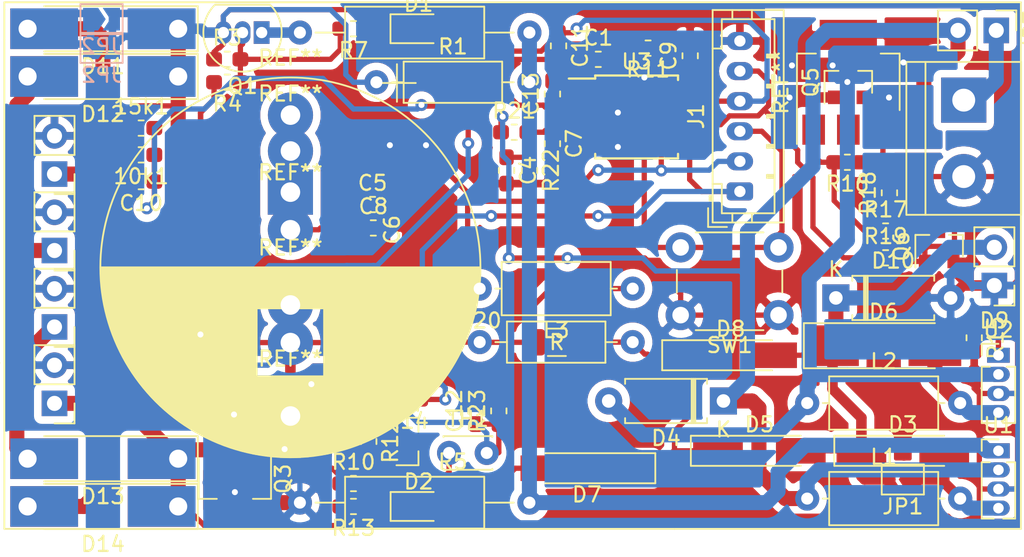
<source format=kicad_pcb>
(kicad_pcb (version 20171130) (host pcbnew 5.1.5+dfsg1-2build2)
  (layers (0 F.Cu signal) (31 B.Cu signal) (34 B.Paste user) (35 F.Paste user) (36 B.SilkS user) (37 F.SilkS user hide) (38 B.Mask user) (39 F.Mask user) (44 Edge.Cuts user))
  (net 0 "")
  (net 1 GND)
  (net 2 SCK)
  (net 3 +2V5)
  (net 4 +1V2)
  (net 5 RST)
  (net 6 "Net-(C2-Pad1)")
  (net 7 "Net-(C4-Pad1)")
  (net 8 VCC)
  (net 9 "Net-(D1-Pad1)")
  (net 10 "Net-(D2-Pad1)")
  (net 11 "Net-(D3-Pad2)")
  (net 12 LED)
  (net 13 "Net-(D4-Pad2)")
  (net 14 "Net-(D5-Pad1)")
  (net 15 "Net-(D6-Pad2)")
  (net 16 "Net-(D11-Pad2)")
  (net 17 "Net-(D12-Pad2)")
  (net 18 "Net-(D13-Pad2)")
  (net 19 "Net-(D14-Pad2)")
  (net 20 MOSI)
  (net 21 MISO)
  (net 22 "Net-(Q1-Pad2)")
  (net 23 "Net-(Q1-Pad1)")
  (net 24 "Net-(Q2-Pad1)")
  (net 25 "Net-(Q2-Pad3)")
  (net 26 "Net-(Q3-Pad2)")
  (net 27 "Net-(Q4-Pad3)")
  (net 28 "Net-(Q4-Pad1)")
  (net 29 "Net-(Q5-Pad1)")
  (net 30 "Net-(Q6-Pad3)")
  (net 31 "Net-(Q6-Pad1)")
  (net 32 "Net-(R1-Pad2)")
  (net 33 "Net-(R15-Pad1)")
  (net 34 "Net-(C12-Pad1)")
  (net 35 "Net-(BT1-Pad1)")
  (net 36 "Net-(Q3-Pad1)")
  (module Capacitor_SMD:C_0603_1608Metric_Pad1.05x0.95mm_HandSolder (layer F.Cu) (at 72.396 52.598 90)
    (fp_text reference C13 (at 0 -1.43 90) (layer F.SilkS))
    (fp_text value C)
    (pad 1 smd roundrect (at -0.875 0 90) (size 1.05 0.95) (layers F.Cu F.Paste F.Mask) (net 34 "Net-(C12-Pad1)"))
    (pad 2 smd roundrect (at 0.875 0 90) (size 1.05 0.95) (layers F.Cu F.Paste F.Mask) (net 1 GND))
  )
  (module Resistor_SMD:R_1206_3216Metric_Pad1.42x1.75mm_HandSolder (layer F.Cu) (at 72.6875 69.1)
    (fp_text reference R (at 0 0) (layer F.SilkS))
    (fp_text value R_1206_3216Metric_Pad1.42x1.75mm_HandSolder)
    (pad 2 smd roundrect (at 1.4875 0) (size 1.425 1.75) (layers F.Cu F.Paste F.Mask) (roundrect_rratio 0.175) (net 14 "Net-(D5-Pad1)"))
    (pad 1 smd roundrect (at -1.4875 0) (size 1.425 1.75) (layers F.Cu F.Paste F.Mask) (roundrect_rratio 0.175) (net 6 "Net-(C2-Pad1)"))
  )
  (module Resistor_THT:R_Axial_DIN0207_L6.3mm_D2.5mm_P10.16mm_Horizontal (layer F.Cu) (at 67.564 69.088)
    (fp_text reference R20 (at 0 -1.43) (layer F.SilkS))
    (fp_text value 47R)
    (pad 2 thru_hole oval (at 10.16 0) (size 1.6 1.6) (drill 0.8) (layers *.Cu *.Mask) (net 14 "Net-(D5-Pad1)"))
    (pad 1 thru_hole circle (at 0 0) (size 1.6 1.6) (drill 0.8) (layers *.Cu *.Mask) (net 6 "Net-(C2-Pad1)"))
  )
  (module Capacitor_SMD:C_0603_1608Metric_Pad1.05x0.95mm_HandSolder (layer F.Cu) (at 81.54 50.058 90)
    (fp_text reference C9 (at 0 -1.43 90) (layer F.SilkS))
    (fp_text value 100n)
    (pad 2 smd roundrect (at 0.875 0 90) (size 1.05 0.95) (layers F.Cu F.Paste F.Mask) (net 1 GND))
    (pad 1 smd roundrect (at -0.875 0 90) (size 1.05 0.95) (layers F.Cu F.Paste F.Mask) (net 8 VCC))
  )
  (module Connector_Wire:SolderWirePad_1x01_Drill1.2mm (layer F.Cu) (at 55 56.388)
    (fp_text reference REF** (at 0 -3.81) (layer F.SilkS))
    (fp_text value SolderWirePad_1x01_Drill1.2mm)
    (pad 1 thru_hole circle (at 0 0) (size 3 3) (drill 1.3) (layers *.Cu *.Mask) (net 8 VCC))
  )
  (module Connector_Wire:SolderWirePad_1x01_Drill1.2mm (layer F.Cu) (at 55 54)
    (fp_text reference REF** (at 0 -3.81) (layer F.SilkS))
    (fp_text value SolderWirePad_1x01_Drill1.2mm)
    (pad 1 thru_hole circle (at 0 0) (size 3 3) (drill 1.3) (layers *.Cu *.Mask) (net 8 VCC))
  )
  (module Connector_Wire:SolderWirePad_1x01_Drill1.2mm (layer F.Cu) (at 55 74)
    (fp_text reference REF** (at 0 -3.81) (layer F.SilkS))
    (fp_text value SolderWirePad_1x01_Drill1.2mm)
    (pad 1 thru_hole circle (at 0 0) (size 3 3) (drill 1.3) (layers *.Cu *.Mask) (net 1 GND))
  )
  (module Diode_SMD:D_MiniMELF_Handsoldering (layer F.Cu) (at 95.661 76.311)
    (fp_text reference D3 (at 0 -1.75) (layer F.SilkS))
    (fp_text value D_Schottky)
    (pad 2 smd rect (at 2.75 0) (size 3.3 1.7) (layers F.Cu F.Paste F.Mask) (net 11 "Net-(D3-Pad2)"))
    (pad 1 smd rect (at -2.75 0) (size 3.3 1.7) (layers F.Cu F.Paste F.Mask) (net 12 LED))
  )
  (module Resistor_THT:R_Axial_DIN0207_L6.3mm_D2.5mm_P10.16mm_Horizontal (layer F.Cu) (at 60.706 51.816)
    (fp_text reference R1 (at 5.08 -2.37) (layer F.SilkS))
    (fp_text value 47R)
    (pad 2 thru_hole oval (at 10.16 0) (size 1.6 1.6) (drill 0.8) (layers *.Cu *.Mask) (net 32 "Net-(R1-Pad2)"))
    (pad 1 thru_hole circle (at 0 0) (size 1.6 1.6) (drill 0.8) (layers *.Cu *.Mask) (net 3 +2V5))
  )
  (module Resistor_THT:R_Axial_DIN0309_L9.0mm_D3.2mm_P15.24mm_Horizontal (layer F.Cu) (at 55.626 79.756)
    (fp_text reference R5 (at 10.16 -2.72) (layer F.SilkS))
    (fp_text value R100)
    (pad 2 thru_hole oval (at 15.24 0) (size 1.6 1.6) (drill 0.8) (layers *.Cu *.Mask) (net 32 "Net-(R1-Pad2)"))
    (pad 1 thru_hole circle (at 0 0) (size 1.6 1.6) (drill 0.8) (layers *.Cu *.Mask) (net 26 "Net-(Q3-Pad2)"))
  )
  (module Resistor_THT:R_Axial_DIN0309_L9.0mm_D3.2mm_P15.24mm_Horizontal (layer F.Cu) (at 55.626 48.514)
    (fp_text reference R2 (at 10.16 -2.72) (layer F.SilkS))
    (fp_text value 3R3)
    (pad 2 thru_hole oval (at 15.24 0) (size 1.6 1.6) (drill 0.8) (layers *.Cu *.Mask) (net 32 "Net-(R1-Pad2)"))
    (pad 1 thru_hole circle (at 0 0) (size 1.6 1.6) (drill 0.8) (layers *.Cu *.Mask) (net 23 "Net-(Q1-Pad1)"))
  )
  (module Package_TO_SOT_SMD:SOT-223 (layer F.Cu) (at 92.041 51.819 90)
    (fp_text reference REF** (at 0 -4.5 90) (layer F.SilkS))
    (fp_text value SOT-223)
    (pad 1 smd rect (at -3.15 -2.3 90) (size 2 1.5) (layers F.Cu F.Paste F.Mask) (net 29 "Net-(Q5-Pad1)"))
    (pad 3 smd rect (at -3.15 2.3 90) (size 2 1.5) (layers F.Cu F.Paste F.Mask) (net 4 +1V2))
    (pad 2 smd rect (at -3.15 0 90) (size 2 1.5) (layers F.Cu F.Paste F.Mask) (net 13 "Net-(D4-Pad2)"))
    (pad 4 smd rect (at 3.15 0 90) (size 2 3.8) (layers F.Cu F.Paste F.Mask) (net 13 "Net-(D4-Pad2)"))
  )
  (module Jumper:SolderJumper-2_P1.3mm_Open_TrianglePad1.0x1.5mm (layer B.Cu) (at 42.455 47.625)
    (fp_text reference JP2 (at 0 1.8) (layer B.SilkS) (effects (justify mirror)))
    (fp_text value Jumper)
    (pad 2 smd custom (at 0.725 0) (size 0.3 0.3) (layers B.Cu B.Mask) (net 3 +2V5) (options (clearance outline) (anchor rect)) (primitives (gr_poly (pts (xy -0.65 0.75) (xy 0.5 0.75) (xy 0.5 -0.75) (xy -0.65 -0.75) (xy -0.15 0)) (width 0))))
    (pad 1 smd custom (at -0.725 0) (size 0.3 0.3) (layers B.Cu B.Mask) (net 16 "Net-(D11-Pad2)") (options (clearance outline) (anchor rect)) (primitives (gr_poly (pts (xy -0.5 0.75) (xy 0.5 0.75) (xy 1 0) (xy 0.5 -0.75) (xy -0.5 -0.75)) (width 0))))
  )
  (module Connector_PinHeader_2.54mm:PinHeader_1x02_P2.54mm_Vertical (layer F.Cu) (at 39.33 73.16 180)
    (fp_text reference J5 (at 4.385 -2.27) (layer F.SilkS))
    (fp_text value Solar)
    (pad 2 thru_hole oval (at 0 2.54 180) (size 1.7 1.7) (drill 1) (layers *.Cu *.Mask) (net 1 GND))
    (pad 1 thru_hole rect (at 0 0 180) (size 1.7 1.7) (drill 1) (layers *.Cu *.Mask) (net 19 "Net-(D14-Pad2)"))
  )
  (module Connector_PinHeader_2.54mm:PinHeader_1x02_P2.54mm_Vertical (layer F.Cu) (at 39.33 68.08 180)
    (fp_text reference J4 (at 4.385 -2.27) (layer F.SilkS))
    (fp_text value Solar)
    (pad 2 thru_hole oval (at 0 2.54 180) (size 1.7 1.7) (drill 1) (layers *.Cu *.Mask) (net 1 GND))
    (pad 1 thru_hole rect (at 0 0 180) (size 1.7 1.7) (drill 1) (layers *.Cu *.Mask) (net 18 "Net-(D13-Pad2)"))
  )
  (module Connector_PinHeader_2.54mm:PinHeader_1x02_P2.54mm_Vertical (layer F.Cu) (at 39.33 63 180)
    (fp_text reference J3 (at 4.385 -2.27) (layer F.SilkS))
    (fp_text value Solar)
    (pad 2 thru_hole oval (at 0 2.54 180) (size 1.7 1.7) (drill 1) (layers *.Cu *.Mask) (net 1 GND))
    (pad 1 thru_hole rect (at 0 0 180) (size 1.7 1.7) (drill 1) (layers *.Cu *.Mask) (net 17 "Net-(D12-Pad2)"))
  )
  (module Connector_PinHeader_2.54mm:PinHeader_1x02_P2.54mm_Vertical (layer F.Cu) (at 39.33 57.92 180)
    (fp_text reference J2 (at 4.385 -2.27) (layer F.SilkS))
    (fp_text value Solar)
    (pad 2 thru_hole oval (at 0 2.54 180) (size 1.7 1.7) (drill 1) (layers *.Cu *.Mask) (net 1 GND))
    (pad 1 thru_hole rect (at 0 0 180) (size 1.7 1.7) (drill 1) (layers *.Cu *.Mask) (net 16 "Net-(D11-Pad2)"))
  )
  (module Capacitor_THT:CP_Radial_D25.0mm_P10.00mm_SnapIn (layer F.Cu) (at 54.995 59.12 270)
    (fp_text reference C6 (at 2.5 -6.75 90) (layer F.SilkS))
    (fp_text value 1F/5V5)
    (pad 2 thru_hole circle (at 10 0 270) (size 3 3) (drill 1.3) (layers *.Cu *.Mask) (net 1 GND))
    (pad 1 thru_hole rect (at 0 0 270) (size 3 3) (drill 1.3) (layers *.Cu *.Mask) (net 8 VCC))
  )
  (module Connector_Wire:SolderWirePad_1x01_Drill1.2mm (layer F.Cu) (at 54.995 61.62)
    (fp_text reference REF** (at 0 -3.81) (layer F.SilkS))
    (fp_text value SolderWirePad_1x01_Drill1.2mm)
    (pad 1 thru_hole circle (at 0 0) (size 3 3) (drill 1.3) (layers *.Cu *.Mask) (net 8 VCC))
  )
  (module Connector_Wire:SolderWirePad_1x01_Drill1.2mm (layer F.Cu) (at 54.995 66.62)
    (fp_text reference REF** (at 0 -3.81) (layer F.SilkS))
    (fp_text value SolderWirePad_1x01_Drill1.2mm)
    (pad 1 thru_hole circle (at 0 0) (size 3 3) (drill 1.3) (layers *.Cu *.Mask) (net 1 GND))
  )
  (module Resistor_SMD:R_0603_1608Metric_Pad1.05x0.95mm_HandSolder (layer F.Cu) (at 45.085 56.642 180)
    (fp_text reference 10k1 (at 0 -1.43) (layer F.SilkS))
    (fp_text value R)
    (pad 2 smd roundrect (at 0.875 0 180) (size 1.05 0.95) (layers F.Cu F.Paste F.Mask) (net 1 GND))
    (pad 1 smd roundrect (at -0.875 0 180) (size 1.05 0.95) (layers F.Cu F.Paste F.Mask) (net 2 SCK))
  )
  (module Resistor_SMD:R_0603_1608Metric_Pad1.05x0.95mm_HandSolder (layer F.Cu) (at 45.085 54.864)
    (fp_text reference 15k1 (at 0 -1.43) (layer F.SilkS))
    (fp_text value R)
    (pad 1 smd roundrect (at -0.875 0) (size 1.05 0.95) (layers F.Cu F.Paste F.Mask) (net 3 +2V5))
    (pad 2 smd roundrect (at 0.875 0) (size 1.05 0.95) (layers F.Cu F.Paste F.Mask) (net 2 SCK))
  )
  (module TerminalBlock:TerminalBlock_bornier-2_P5.08mm (layer F.Cu) (at 99.706 53.006 270)
    (fp_text reference BT1 (at 2.54 -5.08 90) (layer F.SilkS))
    (fp_text value Battery_Cell)
    (pad 1 thru_hole rect (at 0 0 270) (size 3 3) (drill 1.52) (layers *.Cu *.Mask) (net 35 "Net-(BT1-Pad1)"))
    (pad 2 thru_hole circle (at 5.08 0 270) (size 3 3) (drill 1.52) (layers *.Cu *.Mask) (net 1 GND))
  )
  (module Capacitor_SMD:C_0603_1608Metric_Pad1.05x0.95mm_HandSolder (layer F.Cu) (at 75.438 50.292)
    (fp_text reference C1 (at 0 -1.43) (layer F.SilkS))
    (fp_text value 100n)
    (pad 1 smd roundrect (at -0.875 0) (size 1.05 0.95) (layers F.Cu F.Paste F.Mask) (net 5 RST))
    (pad 2 smd roundrect (at 0.875 0) (size 1.05 0.95) (layers F.Cu F.Paste F.Mask) (net 1 GND))
  )
  (module Capacitor_SMD:C_0603_1608Metric_Pad1.05x0.95mm_HandSolder (layer F.Cu) (at 64.77 67.564 180)
    (fp_text reference C2 (at 0 -1.43) (layer F.SilkS))
    (fp_text value 100n)
    (pad 2 smd roundrect (at 0.875 0 180) (size 1.05 0.95) (layers F.Cu F.Paste F.Mask) (net 1 GND))
    (pad 1 smd roundrect (at -0.875 0 180) (size 1.05 0.95) (layers F.Cu F.Paste F.Mask) (net 6 "Net-(C2-Pad1)"))
  )
  (module Capacitor_SMD:C_0603_1608Metric_Pad1.05x0.95mm_HandSolder (layer F.Cu) (at 64.77 69.088 180)
    (fp_text reference C3 (at 0 -1.43) (layer F.SilkS))
    (fp_text value 100n)
    (pad 2 smd roundrect (at 0.875 0 180) (size 1.05 0.95) (layers F.Cu F.Paste F.Mask) (net 1 GND))
    (pad 1 smd roundrect (at -0.875 0 180) (size 1.05 0.95) (layers F.Cu F.Paste F.Mask) (net 6 "Net-(C2-Pad1)"))
  )
  (module Capacitor_SMD:C_0603_1608Metric_Pad1.05x0.95mm_HandSolder (layer F.Cu) (at 69.348 57.678 270)
    (fp_text reference C4 (at 0 -1.43 90) (layer F.SilkS))
    (fp_text value 100n)
    (pad 1 smd roundrect (at -0.875 0 270) (size 1.05 0.95) (layers F.Cu F.Paste F.Mask) (net 7 "Net-(C4-Pad1)"))
    (pad 2 smd roundrect (at 0.875 0 270) (size 1.05 0.95) (layers F.Cu F.Paste F.Mask) (net 1 GND))
  )
  (module Capacitor_SMD:C_0603_1608Metric_Pad1.05x0.95mm_HandSolder (layer F.Cu) (at 60.452 59.944)
    (fp_text reference C5 (at 0 -1.43) (layer F.SilkS))
    (fp_text value 100n)
    (pad 1 smd roundrect (at -0.875 0) (size 1.05 0.95) (layers F.Cu F.Paste F.Mask) (net 8 VCC))
    (pad 2 smd roundrect (at 0.875 0) (size 1.05 0.95) (layers F.Cu F.Paste F.Mask) (net 1 GND))
  )
  (module Capacitor_SMD:C_0603_1608Metric_Pad1.05x0.95mm_HandSolder (layer F.Cu) (at 72.396 55.9 270)
    (fp_text reference C7 (at 0 -1.43 90) (layer F.SilkS))
    (fp_text value 100n)
    (pad 2 smd roundrect (at 0.875 0 270) (size 1.05 0.95) (layers F.Cu F.Paste F.Mask) (net 1 GND))
    (pad 1 smd roundrect (at -0.875 0 270) (size 1.05 0.95) (layers F.Cu F.Paste F.Mask) (net 7 "Net-(C4-Pad1)"))
  )
  (module Capacitor_SMD:C_0603_1608Metric_Pad1.05x0.95mm_HandSolder (layer F.Cu) (at 60.5 61.5)
    (fp_text reference C8 (at 0 -1.43) (layer F.SilkS))
    (fp_text value 100n)
    (pad 1 smd roundrect (at -0.875 0) (size 1.05 0.95) (layers F.Cu F.Paste F.Mask) (net 8 VCC))
    (pad 2 smd roundrect (at 0.875 0) (size 1.05 0.95) (layers F.Cu F.Paste F.Mask) (net 1 GND))
  )
  (module Capacitor_SMD:C_0603_1608Metric_Pad1.05x0.95mm_HandSolder (layer F.Cu) (at 45.085 58.42 180)
    (fp_text reference C10 (at 0 -1.43) (layer F.SilkS))
    (fp_text value 100n)
    (pad 1 smd roundrect (at -0.875 0 180) (size 1.05 0.95) (layers F.Cu F.Paste F.Mask) (net 2 SCK))
    (pad 2 smd roundrect (at 0.875 0 180) (size 1.05 0.95) (layers F.Cu F.Paste F.Mask) (net 1 GND))
  )
  (module Capacitor_SMD:C_0603_1608Metric_Pad1.05x0.95mm_HandSolder (layer F.Cu) (at 72.8 49.4 270)
    (fp_text reference C11 (at 0 -1.43 90) (layer F.SilkS))
    (fp_text value 100n)
    (pad 2 smd roundrect (at 0.875 0 270) (size 1.05 0.95) (layers F.Cu F.Paste F.Mask) (net 1 GND))
    (pad 1 smd roundrect (at -0.875 0 270) (size 1.05 0.95) (layers F.Cu F.Paste F.Mask) (net 2 SCK))
  )
  (module LED_SMD:LED_0805_2012Metric_Pad1.15x1.40mm_HandSolder (layer F.Cu) (at 63.5 48.26)
    (fp_text reference D1 (at 0 -1.65) (layer F.SilkS))
    (fp_text value LED)
    (pad 1 smd roundrect (at -1.025 0) (size 1.15 1.4) (layers F.Cu F.Paste F.Mask) (roundrect_rratio 0.217391) (net 9 "Net-(D1-Pad1)"))
    (pad 2 smd roundrect (at 1.025 0) (size 1.15 1.4) (layers F.Cu F.Paste F.Mask) (roundrect_rratio 0.217391) (net 3 +2V5))
  )
  (module LED_SMD:LED_0805_2012Metric_Pad1.15x1.40mm_HandSolder (layer F.Cu) (at 63.509 80.01)
    (fp_text reference D2 (at 0 -1.65) (layer F.SilkS))
    (fp_text value LED)
    (pad 2 smd roundrect (at 1.025 0) (size 1.15 1.4) (layers F.Cu F.Paste F.Mask) (roundrect_rratio 0.217391) (net 3 +2V5))
    (pad 1 smd roundrect (at -1.025 0) (size 1.15 1.4) (layers F.Cu F.Paste F.Mask) (roundrect_rratio 0.217391) (net 10 "Net-(D2-Pad1)"))
  )
  (module Diode_THT:D_A-405_P7.62mm_Horizontal (layer F.Cu) (at 83.75 73 180)
    (fp_text reference D4 (at 3.81 -2.47) (layer F.SilkS))
    (fp_text value D)
    (fp_text user K (at 0 -1.9) (layer F.SilkS))
    (pad 1 thru_hole rect (at 0 0 180) (size 1.8 1.8) (drill 0.9) (layers *.Cu *.Mask) (net 4 +1V2))
    (pad 2 thru_hole oval (at 7.62 0 180) (size 1.8 1.8) (drill 0.9) (layers *.Cu *.Mask) (net 13 "Net-(D4-Pad2)"))
  )
  (module Diode_SMD:D_MiniMELF_Handsoldering (layer F.Cu) (at 86.136 76.311)
    (fp_text reference D5 (at 0 -1.75) (layer F.SilkS))
    (fp_text value D_Schottky)
    (pad 1 smd rect (at -2.75 0) (size 3.3 1.7) (layers F.Cu F.Paste F.Mask) (net 14 "Net-(D5-Pad1)"))
    (pad 2 smd rect (at 2.75 0) (size 3.3 1.7) (layers F.Cu F.Paste F.Mask) (net 12 LED))
  )
  (module Diode_SMD:D_MELF_Handsoldering (layer F.Cu) (at 94.391 69.326)
    (fp_text reference D6 (at 0 -2.25) (layer F.SilkS))
    (fp_text value D_Schottky)
    (pad 1 smd rect (at -3.4 0) (size 3.5 2.7) (layers F.Cu F.Paste F.Mask) (net 12 LED))
    (pad 2 smd rect (at 3.4 0) (size 3.5 2.7) (layers F.Cu F.Paste F.Mask) (net 15 "Net-(D6-Pad2)"))
  )
  (module Diode_SMD:D_MiniMELF_Handsoldering (layer F.Cu) (at 74.676 77.47 180)
    (fp_text reference D7 (at 0 -1.75) (layer F.SilkS))
    (fp_text value D_Schottky)
    (pad 2 smd rect (at 2.75 0 180) (size 3.3 1.7) (layers F.Cu F.Paste F.Mask) (net 3 +2V5))
    (pad 1 smd rect (at -2.75 0 180) (size 3.3 1.7) (layers F.Cu F.Paste F.Mask) (net 14 "Net-(D5-Pad1)"))
  )
  (module Diode_SMD:D_MiniMELF_Handsoldering (layer F.Cu) (at 84.231 69.961)
    (fp_text reference D8 (at 0 -1.75) (layer F.SilkS))
    (fp_text value D_Schottky)
    (pad 1 smd rect (at -2.75 0) (size 3.3 1.7) (layers F.Cu F.Paste F.Mask) (net 14 "Net-(D5-Pad1)"))
    (pad 2 smd rect (at 2.75 0) (size 3.3 1.7) (layers F.Cu F.Paste F.Mask) (net 12 LED))
  )
  (module Connector_PinHeader_2.54mm:PinHeader_1x02_P2.54mm_Vertical (layer F.Cu) (at 101.738 65.325 180)
    (fp_text reference D9 (at 0 -2.33) (layer F.SilkS))
    (fp_text value LED)
    (pad 1 thru_hole rect (at 0 0 180) (size 1.7 1.7) (drill 1) (layers *.Cu *.Mask) (net 1 GND))
    (pad 2 thru_hole oval (at 0 2.54 180) (size 1.7 1.7) (drill 1) (layers *.Cu *.Mask) (net 12 LED))
  )
  (module Diode_THT:D_A-405_P7.62mm_Horizontal (layer F.Cu) (at 91.216 66.151)
    (fp_text reference D10 (at 3.81 -2.47) (layer F.SilkS))
    (fp_text value 7,5V)
    (fp_text user K (at 0 -1.9) (layer F.SilkS))
    (pad 2 thru_hole oval (at 7.62 0) (size 1.8 1.8) (drill 0.9) (layers *.Cu *.Mask) (net 1 GND))
    (pad 1 thru_hole rect (at 0 0) (size 1.8 1.8) (drill 0.9) (layers *.Cu *.Mask) (net 12 LED))
  )
  (module Diode_SMD:D_MELF-RM10_Universal_Handsoldering (layer F.Cu) (at 42.545 48.26 180)
    (fp_text reference D11 (at 0 -2.5) (layer F.SilkS))
    (fp_text value D_Schottky)
    (pad 1 thru_hole rect (at -5 0 180) (size 4.5 2.7) (drill 1.19888 (offset 1.1 0)) (layers *.Cu *.Mask) (net 3 +2V5))
    (pad 2 thru_hole rect (at 5 0) (size 4.5 2.7) (drill 1.19888 (offset 1.1 0)) (layers *.Cu *.Mask) (net 16 "Net-(D11-Pad2)"))
  )
  (module Diode_SMD:D_MELF-RM10_Universal_Handsoldering (layer F.Cu) (at 42.545 51.435 180)
    (fp_text reference D12 (at 0 -2.5) (layer F.SilkS))
    (fp_text value D_Schottky)
    (pad 2 thru_hole rect (at 5 0) (size 4.5 2.7) (drill 1.19888 (offset 1.1 0)) (layers *.Cu *.Mask) (net 17 "Net-(D12-Pad2)"))
    (pad 1 thru_hole rect (at -5 0 180) (size 4.5 2.7) (drill 1.19888 (offset 1.1 0)) (layers *.Cu *.Mask) (net 3 +2V5))
  )
  (module Diode_SMD:D_MELF-RM10_Universal_Handsoldering (layer F.Cu) (at 42.545 76.835 180)
    (fp_text reference D13 (at 0 -2.5) (layer F.SilkS))
    (fp_text value D_Schottky)
    (pad 2 thru_hole rect (at 5 0) (size 4.5 2.7) (drill 1.19888 (offset 1.1 0)) (layers *.Cu *.Mask) (net 18 "Net-(D13-Pad2)"))
    (pad 1 thru_hole rect (at -5 0 180) (size 4.5 2.7) (drill 1.19888 (offset 1.1 0)) (layers *.Cu *.Mask) (net 3 +2V5))
  )
  (module Diode_SMD:D_MELF-RM10_Universal_Handsoldering (layer F.Cu) (at 42.545 80.01 180)
    (fp_text reference D14 (at 0 -2.5) (layer F.SilkS))
    (fp_text value D_Schottky)
    (pad 1 thru_hole rect (at -5 0 180) (size 4.5 2.7) (drill 1.19888 (offset 1.1 0)) (layers *.Cu *.Mask) (net 3 +2V5))
    (pad 2 thru_hole rect (at 5 0) (size 4.5 2.7) (drill 1.19888 (offset 1.1 0)) (layers *.Cu *.Mask) (net 19 "Net-(D14-Pad2)"))
  )
  (module Connector_JST:JST_PH_B6B-PH-K_1x06_P2.00mm_Vertical (layer F.Cu) (at 84.842 59.075 90)
    (fp_text reference J1 (at 5 -2.9 90) (layer F.SilkS))
    (fp_text value Conn_01x06_Male)
    (pad 1 thru_hole roundrect (at 0 0 90) (size 1.2 1.75) (drill 0.75) (layers *.Cu *.Mask) (roundrect_rratio 0.208333) (net 20 MOSI))
    (pad 2 thru_hole oval (at 2 0 90) (size 1.2 1.75) (drill 0.75) (layers *.Cu *.Mask) (net 8 VCC))
    (pad 3 thru_hole oval (at 4 0 90) (size 1.2 1.75) (drill 0.75) (layers *.Cu *.Mask) (net 5 RST))
    (pad 4 thru_hole oval (at 6 0 90) (size 1.2 1.75) (drill 0.75) (layers *.Cu *.Mask) (net 2 SCK))
    (pad 5 thru_hole oval (at 8 0 90) (size 1.2 1.75) (drill 0.75) (layers *.Cu *.Mask) (net 21 MISO))
    (pad 6 thru_hole oval (at 10 0 90) (size 1.2 1.75) (drill 0.75) (layers *.Cu *.Mask) (net 1 GND))
  )
  (module Jumper:SolderJumper-2_P1.3mm_Open_TrianglePad1.0x1.5mm (layer F.Cu) (at 95.661 78.216 180)
    (fp_text reference JP1 (at 0 -1.8) (layer F.SilkS))
    (fp_text value Jumper)
    (pad 2 smd custom (at 0.725 0 180) (size 0.3 0.3) (layers F.Cu F.Mask) (net 12 LED) (options (clearance outline) (anchor rect)) (primitives (gr_poly (pts (xy -0.65 -0.75) (xy 0.5 -0.75) (xy 0.5 0.75) (xy -0.65 0.75) (xy -0.15 0)) (width 0))))
    (pad 1 smd custom (at -0.725 0 180) (size 0.3 0.3) (layers F.Cu F.Mask) (net 11 "Net-(D3-Pad2)") (options (clearance outline) (anchor rect)) (primitives (gr_poly (pts (xy -0.5 -0.75) (xy 0.5 -0.75) (xy 1 0) (xy 0.5 0.75) (xy -0.5 0.75)) (width 0))))
  )
  (module Jumper:SolderJumper-2_P1.3mm_Open_TrianglePad1.0x1.5mm (layer B.Cu) (at 42.455 49.53)
    (fp_text reference JP2 (at 0 1.8) (layer B.SilkS) (effects (justify mirror)))
    (fp_text value Jumper)
    (pad 1 smd custom (at -0.725 0) (size 0.3 0.3) (layers B.Cu B.Mask) (net 16 "Net-(D11-Pad2)") (options (clearance outline) (anchor rect)) (primitives (gr_poly (pts (xy -0.5 0.75) (xy 0.5 0.75) (xy 1 0) (xy 0.5 -0.75) (xy -0.5 -0.75)) (width 0))))
    (pad 2 smd custom (at 0.725 0) (size 0.3 0.3) (layers B.Cu B.Mask) (net 3 +2V5) (options (clearance outline) (anchor rect)) (primitives (gr_poly (pts (xy -0.65 0.75) (xy 0.5 0.75) (xy 0.5 -0.75) (xy -0.65 -0.75) (xy -0.15 0)) (width 0))))
  )
  (module Inductor_THT:L_Axial_L7.0mm_D3.3mm_P10.16mm_Horizontal_Fastron_MICC (layer F.Cu) (at 89.311 79.486)
    (fp_text reference L1 (at 5.08 -2.77) (layer F.SilkS))
    (fp_text value 330uH)
    (pad 2 thru_hole oval (at 10.16 0) (size 1.6 1.6) (drill 0.8) (layers *.Cu *.Mask) (net 11 "Net-(D3-Pad2)"))
    (pad 1 thru_hole circle (at 0 0) (size 1.6 1.6) (drill 0.8) (layers *.Cu *.Mask) (net 4 +1V2))
  )
  (module Inductor_THT:L_Axial_L7.0mm_D3.3mm_P10.16mm_Horizontal_Fastron_MICC (layer F.Cu) (at 89.311 73.136)
    (fp_text reference L2 (at 5.08 -2.77) (layer F.SilkS))
    (fp_text value 4,7uH)
    (pad 1 thru_hole circle (at 0 0) (size 1.6 1.6) (drill 0.8) (layers *.Cu *.Mask) (net 13 "Net-(D4-Pad2)"))
    (pad 2 thru_hole oval (at 10.16 0) (size 1.6 1.6) (drill 0.8) (layers *.Cu *.Mask) (net 15 "Net-(D6-Pad2)"))
  )
  (module Inductor_THT:L_Axial_L7.0mm_D3.3mm_P10.16mm_Horizontal_Fastron_MICC (layer F.Cu) (at 77.724 65.532 180)
    (fp_text reference L3 (at 5.08 -2.77) (layer F.SilkS))
    (fp_text value 10uH)
    (pad 1 thru_hole circle (at 0 0 180) (size 1.6 1.6) (drill 0.8) (layers *.Cu *.Mask) (net 6 "Net-(C2-Pad1)"))
    (pad 2 thru_hole oval (at 10.16 0 180) (size 1.6 1.6) (drill 0.8) (layers *.Cu *.Mask) (net 8 VCC))
  )
  (module Package_TO_SOT_THT:TO-92_Inline (layer F.Cu) (at 53.086 48.514 180)
    (fp_text reference Q1 (at 1.27 -3.56) (layer F.SilkS))
    (fp_text value BC327)
    (pad 2 thru_hole oval (at 1.27 0 180) (size 1.05 1.5) (drill 0.75) (layers *.Cu *.Mask) (net 22 "Net-(Q1-Pad2)"))
    (pad 3 thru_hole oval (at 2.54 0 180) (size 1.05 1.5) (drill 0.75) (layers *.Cu *.Mask) (net 3 +2V5))
    (pad 1 thru_hole rect (at 0 0 180) (size 1.05 1.5) (drill 0.75) (layers *.Cu *.Mask) (net 23 "Net-(Q1-Pad1)"))
  )
  (module Package_TO_SOT_SMD:SOT-23 (layer F.Cu) (at 44.958 66.04 180)
    (fp_text reference Q2 (at 0 -2.5) (layer F.SilkS))
    (fp_text value BC817)
    (pad 1 smd rect (at -1 -0.95 180) (size 0.9 0.8) (layers F.Cu F.Paste F.Mask) (net 24 "Net-(Q2-Pad1)"))
    (pad 2 smd rect (at -1 0.95 180) (size 0.9 0.8) (layers F.Cu F.Paste F.Mask) (net 1 GND))
    (pad 3 smd rect (at 1 0 180) (size 0.9 0.8) (layers F.Cu F.Paste F.Mask) (net 25 "Net-(Q2-Pad3)"))
  )
  (module Package_TO_SOT_SMD:SOT-23 (layer F.Cu) (at 62.738 75.692)
    (fp_text reference Q4 (at 0 -2.5) (layer F.SilkS))
    (fp_text value BC817)
    (pad 3 smd rect (at 1 0) (size 0.9 0.8) (layers F.Cu F.Paste F.Mask) (net 27 "Net-(Q4-Pad3)"))
    (pad 2 smd rect (at -1 0.95) (size 0.9 0.8) (layers F.Cu F.Paste F.Mask) (net 1 GND))
    (pad 1 smd rect (at -1 -0.95) (size 0.9 0.8) (layers F.Cu F.Paste F.Mask) (net 28 "Net-(Q4-Pad1)"))
  )
  (module Package_TO_SOT_SMD:SOT-23 (layer F.Cu) (at 92.041 51.819 90)
    (fp_text reference Q5 (at 0 -2.5 90) (layer F.SilkS))
    (fp_text value SI2301)
    (pad 1 smd rect (at -1 -0.95 90) (size 0.9 0.8) (layers F.Cu F.Paste F.Mask) (net 29 "Net-(Q5-Pad1)"))
    (pad 2 smd rect (at -1 0.95 90) (size 0.9 0.8) (layers F.Cu F.Paste F.Mask) (net 4 +1V2))
    (pad 3 smd rect (at 1 0 90) (size 0.9 0.8) (layers F.Cu F.Paste F.Mask) (net 13 "Net-(D4-Pad2)"))
  )
  (module Package_TO_SOT_SMD:SOT-23 (layer F.Cu) (at 98.074 62.722 90)
    (fp_text reference Q6 (at 0 -2.5 90) (layer F.SilkS))
    (fp_text value BC817)
    (pad 3 smd rect (at 1 0 90) (size 0.9 0.8) (layers F.Cu F.Paste F.Mask) (net 30 "Net-(Q6-Pad3)"))
    (pad 2 smd rect (at -1 0.95 90) (size 0.9 0.8) (layers F.Cu F.Paste F.Mask) (net 1 GND))
    (pad 1 smd rect (at -1 -0.95 90) (size 0.9 0.8) (layers F.Cu F.Paste F.Mask) (net 31 "Net-(Q6-Pad1)"))
  )
  (module Resistor_SMD:R_0603_1608Metric_Pad1.05x0.95mm_HandSolder (layer F.Cu) (at 50.8 50.292)
    (fp_text reference R3 (at 0 -1.43) (layer F.SilkS))
    (fp_text value 180k)
    (pad 1 smd roundrect (at -0.875 0) (size 1.05 0.95) (layers F.Cu F.Paste F.Mask) (net 3 +2V5))
    (pad 2 smd roundrect (at 0.875 0) (size 1.05 0.95) (layers F.Cu F.Paste F.Mask) (net 22 "Net-(Q1-Pad2)"))
  )
  (module Resistor_SMD:R_0603_1608Metric_Pad1.05x0.95mm_HandSolder (layer F.Cu) (at 50.8 51.816 180)
    (fp_text reference R4 (at 0 -1.43) (layer F.SilkS))
    (fp_text value 1k)
    (pad 2 smd roundrect (at 0.875 0 180) (size 1.05 0.95) (layers F.Cu F.Paste F.Mask) (net 25 "Net-(Q2-Pad3)"))
    (pad 1 smd roundrect (at -0.875 0 180) (size 1.05 0.95) (layers F.Cu F.Paste F.Mask) (net 22 "Net-(Q1-Pad2)"))
  )
  (module Resistor_SMD:R_0603_1608Metric_Pad1.05x0.95mm_HandSolder (layer F.Cu) (at 47.752 66.04 90)
    (fp_text reference R6 (at 0 -1.43 90) (layer F.SilkS))
    (fp_text value 180k)
    (pad 1 smd roundrect (at -0.875 0 90) (size 1.05 0.95) (layers F.Cu F.Paste F.Mask) (net 24 "Net-(Q2-Pad1)"))
    (pad 2 smd roundrect (at 0.875 0 90) (size 1.05 0.95) (layers F.Cu F.Paste F.Mask) (net 1 GND))
  )
  (module Resistor_SMD:R_0603_1608Metric_Pad1.05x0.95mm_HandSolder (layer F.Cu) (at 59.182 48.26 180)
    (fp_text reference R7 (at 0 -1.43) (layer F.SilkS))
    (fp_text value 3k6)
    (pad 2 smd roundrect (at 0.875 0 180) (size 1.05 0.95) (layers F.Cu F.Paste F.Mask) (net 22 "Net-(Q1-Pad2)"))
    (pad 1 smd roundrect (at -0.875 0 180) (size 1.05 0.95) (layers F.Cu F.Paste F.Mask) (net 9 "Net-(D1-Pad1)"))
  )
  (module Resistor_SMD:R_0603_1608Metric_Pad1.05x0.95mm_HandSolder (layer F.Cu) (at 46.849 68.58 180)
    (fp_text reference R8 (at 0 -1.43) (layer F.SilkS))
    (fp_text value 15k)
    (pad 2 smd roundrect (at 0.875 0 180) (size 1.05 0.95) (layers F.Cu F.Paste F.Mask) (net 24 "Net-(Q2-Pad1)"))
    (pad 1 smd roundrect (at -0.875 0 180) (size 1.05 0.95) (layers F.Cu F.Paste F.Mask) (net 34 "Net-(C12-Pad1)"))
  )
  (module Resistor_SMD:R_0603_1608Metric_Pad1.05x0.95mm_HandSolder (layer F.Cu) (at 46.482 72.644)
    (fp_text reference R9 (at 0 -1.43) (layer F.SilkS))
    (fp_text value 180k)
    (pad 1 smd roundrect (at -0.875 0) (size 1.05 0.95) (layers F.Cu F.Paste F.Mask) (net 3 +2V5))
    (pad 2 smd roundrect (at 0.875 0) (size 1.05 0.95) (layers F.Cu F.Paste F.Mask) (net 36 "Net-(Q3-Pad1)"))
  )
  (module Resistor_SMD:R_0603_1608Metric_Pad1.05x0.95mm_HandSolder (layer F.Cu) (at 59.182 78.486)
    (fp_text reference R10 (at 0 -1.43) (layer F.SilkS))
    (fp_text value 1k)
    (pad 2 smd roundrect (at 0.875 0) (size 1.05 0.95) (layers F.Cu F.Paste F.Mask) (net 27 "Net-(Q4-Pad3)"))
    (pad 1 smd roundrect (at -0.875 0) (size 1.05 0.95) (layers F.Cu F.Paste F.Mask) (net 36 "Net-(Q3-Pad1)"))
  )
  (module Resistor_SMD:R_0603_1608Metric_Pad1.05x0.95mm_HandSolder (layer F.Cu) (at 78.746 49.55 180)
    (fp_text reference R11 (at 0 -1.43) (layer F.SilkS))
    (fp_text value 10k)
    (pad 1 smd roundrect (at -0.875 0 180) (size 1.05 0.95) (layers F.Cu F.Paste F.Mask) (net 8 VCC))
    (pad 2 smd roundrect (at 0.875 0 180) (size 1.05 0.95) (layers F.Cu F.Paste F.Mask) (net 5 RST))
  )
  (module Resistor_SMD:R_0603_1608Metric_Pad1.05x0.95mm_HandSolder (layer F.Cu) (at 60.198 75.692 270)
    (fp_text reference R12 (at 0 -1.43 90) (layer F.SilkS))
    (fp_text value 180k)
    (pad 1 smd roundrect (at -0.875 0 270) (size 1.05 0.95) (layers F.Cu F.Paste F.Mask) (net 28 "Net-(Q4-Pad1)"))
    (pad 2 smd roundrect (at 0.875 0 270) (size 1.05 0.95) (layers F.Cu F.Paste F.Mask) (net 1 GND))
  )
  (module Resistor_SMD:R_0603_1608Metric_Pad1.05x0.95mm_HandSolder (layer F.Cu) (at 59.182 80.01 180)
    (fp_text reference R13 (at 0 -1.43) (layer F.SilkS))
    (fp_text value 3k6)
    (pad 2 smd roundrect (at 0.875 0 180) (size 1.05 0.95) (layers F.Cu F.Paste F.Mask) (net 36 "Net-(Q3-Pad1)"))
    (pad 1 smd roundrect (at -0.875 0 180) (size 1.05 0.95) (layers F.Cu F.Paste F.Mask) (net 10 "Net-(D2-Pad1)"))
  )
  (module Resistor_SMD:R_0603_1608Metric_Pad1.05x0.95mm_HandSolder (layer F.Cu) (at 62.738 72.898 180)
    (fp_text reference R14 (at 0 -1.43) (layer F.SilkS))
    (fp_text value 15k)
    (pad 1 smd roundrect (at -0.875 0 180) (size 1.05 0.95) (layers F.Cu F.Paste F.Mask) (net 20 MOSI))
    (pad 2 smd roundrect (at 0.875 0 180) (size 1.05 0.95) (layers F.Cu F.Paste F.Mask) (net 28 "Net-(Q4-Pad1)"))
  )
  (module Resistor_SMD:R_0603_1608Metric_Pad1.05x0.95mm_HandSolder (layer F.Cu) (at 100.4 68.8 270)
    (fp_text reference R15 (at 0 -1.43 90) (layer F.SilkS))
    (fp_text value 1k)
    (pad 1 smd roundrect (at -0.875 0 270) (size 1.05 0.95) (layers F.Cu F.Paste F.Mask) (net 33 "Net-(R15-Pad1)"))
    (pad 2 smd roundrect (at 0.875 0 270) (size 1.05 0.95) (layers F.Cu F.Paste F.Mask) (net 1 GND))
  )
  (module Resistor_SMD:R_0603_1608Metric_Pad1.05x0.95mm_HandSolder (layer F.Cu) (at 91.978 57.134 180)
    (fp_text reference R16 (at 0 -1.43) (layer F.SilkS))
    (fp_text value 180k)
    (pad 2 smd roundrect (at 0.875 0 180) (size 1.05 0.95) (layers F.Cu F.Paste F.Mask) (net 29 "Net-(Q5-Pad1)"))
    (pad 1 smd roundrect (at -0.875 0 180) (size 1.05 0.95) (layers F.Cu F.Paste F.Mask) (net 4 +1V2))
  )
  (module Resistor_SMD:R_0603_1608Metric_Pad1.05x0.95mm_HandSolder (layer F.Cu) (at 94.518 61.706)
    (fp_text reference R17 (at 0 -1.43) (layer F.SilkS))
    (fp_text value 1k)
    (pad 1 smd roundrect (at -0.875 0) (size 1.05 0.95) (layers F.Cu F.Paste F.Mask) (net 29 "Net-(Q5-Pad1)"))
    (pad 2 smd roundrect (at 0.875 0) (size 1.05 0.95) (layers F.Cu F.Paste F.Mask) (net 30 "Net-(Q6-Pad3)"))
  )
  (module Resistor_SMD:R_0603_1608Metric_Pad1.05x0.95mm_HandSolder (layer F.Cu) (at 94.772 59.166 90)
    (fp_text reference R18 (at 0 -1.43 90) (layer F.SilkS))
    (fp_text value 180k)
    (pad 2 smd roundrect (at 0.875 0 90) (size 1.05 0.95) (layers F.Cu F.Paste F.Mask) (net 1 GND))
    (pad 1 smd roundrect (at -0.875 0 90) (size 1.05 0.95) (layers F.Cu F.Paste F.Mask) (net 31 "Net-(Q6-Pad1)"))
  )
  (module Resistor_SMD:R_0603_1608Metric_Pad1.05x0.95mm_HandSolder (layer F.Cu) (at 94.518 63.484)
    (fp_text reference R19 (at 0 -1.43) (layer F.SilkS))
    (fp_text value 15k)
    (pad 1 smd roundrect (at -0.875 0) (size 1.05 0.95) (layers F.Cu F.Paste F.Mask) (net 21 MISO))
    (pad 2 smd roundrect (at 0.875 0) (size 1.05 0.95) (layers F.Cu F.Paste F.Mask) (net 31 "Net-(Q6-Pad1)"))
  )
  (module Resistor_SMD:R_0603_1608Metric_Pad1.05x0.95mm_HandSolder (layer F.Cu) (at 69.856 55.138)
    (fp_text reference R21 (at 0 -1.43) (layer F.SilkS))
    (fp_text value 6k2)
    (pad 2 smd roundrect (at 0.875 0) (size 1.05 0.95) (layers F.Cu F.Paste F.Mask) (net 7 "Net-(C4-Pad1)"))
    (pad 1 smd roundrect (at -0.875 0) (size 1.05 0.95) (layers F.Cu F.Paste F.Mask) (net 4 +1V2))
  )
  (module Resistor_SMD:R_0603_1608Metric_Pad1.05x0.95mm_HandSolder (layer F.Cu) (at 70.872 57.678 270)
    (fp_text reference R22 (at 0 -1.43 90) (layer F.SilkS))
    (fp_text value 15k)
    (pad 1 smd roundrect (at -0.875 0 270) (size 1.05 0.95) (layers F.Cu F.Paste F.Mask) (net 7 "Net-(C4-Pad1)"))
    (pad 2 smd roundrect (at 0.875 0 270) (size 1.05 0.95) (layers F.Cu F.Paste F.Mask) (net 1 GND))
  )
  (module Button_Switch_THT:SW_PUSH_6mm (layer F.Cu) (at 87.408 67.294 180)
    (fp_text reference SW1 (at 3.25 -2) (layer F.SilkS))
    (fp_text value SW_Push)
    (pad 2 thru_hole circle (at 0 4.5 270) (size 2 2) (drill 1.1) (layers *.Cu *.Mask) (net 5 RST))
    (pad 1 thru_hole circle (at 0 0 270) (size 2 2) (drill 1.1) (layers *.Cu *.Mask) (net 1 GND))
    (pad 2 thru_hole circle (at 6.5 4.5 270) (size 2 2) (drill 1.1) (layers *.Cu *.Mask) (net 5 RST))
    (pad 1 thru_hole circle (at 6.5 0 270) (size 2 2) (drill 1.1) (layers *.Cu *.Mask) (net 1 GND))
  )
  (module Connector_PinHeader_1.27mm:PinHeader_1x04_P1.27mm_Vertical (layer F.Cu) (at 102.011 76.311)
    (fp_text reference U1 (at 0 -1.695) (layer F.SilkS))
    (fp_text value QX5252)
    (pad 4 thru_hole oval (at 0 3.81) (size 1.5 1) (drill 0.7) (layers *.Cu *.Mask) (net 11 "Net-(D3-Pad2)"))
    (pad 3 thru_hole oval (at 0 2.54) (size 1.5 1) (drill 0.7) (layers *.Cu *.Mask) (net 1 GND))
    (pad 2 thru_hole oval (at 0 1.27) (size 1.5 1) (drill 0.7) (layers *.Cu *.Mask) (net 4 +1V2))
    (pad 1 thru_hole rect (at 0 0) (size 1.5 1) (drill 0.7) (layers *.Cu *.Mask) (net 32 "Net-(R1-Pad2)"))
  )
  (module Connector_PinHeader_1.27mm:PinHeader_1x04_P1.27mm_Vertical (layer F.Cu) (at 102.011 69.961)
    (fp_text reference U2 (at 0 -1.695) (layer F.SilkS))
    (fp_text value QX5252)
    (pad 1 thru_hole rect (at 0 0) (size 1.5 1) (drill 0.7) (layers *.Cu *.Mask) (net 33 "Net-(R15-Pad1)"))
    (pad 2 thru_hole oval (at 0 1.27) (size 1.5 1) (drill 0.7) (layers *.Cu *.Mask) (net 13 "Net-(D4-Pad2)"))
    (pad 3 thru_hole oval (at 0 2.54) (size 1.5 1) (drill 0.7) (layers *.Cu *.Mask) (net 1 GND))
    (pad 4 thru_hole oval (at 0 3.81) (size 1.5 1) (drill 0.7) (layers *.Cu *.Mask) (net 15 "Net-(D6-Pad2)"))
  )
  (module Package_SO:SOIJ-8_5.3x5.3mm_P1.27mm (layer F.Cu) (at 77.984 54.122)
    (fp_text reference U3 (at 0 -3.68) (layer F.SilkS))
    (fp_text value ATtiny13A-SU)
    (pad 1 smd rect (at -3.65 -1.905) (size 1.7 0.65) (layers F.Cu F.Paste F.Mask) (net 5 RST))
    (pad 2 smd rect (at -3.65 -0.635) (size 1.7 0.65) (layers F.Cu F.Paste F.Mask) (net 34 "Net-(C12-Pad1)"))
    (pad 3 smd rect (at -3.65 0.635) (size 1.7 0.65) (layers F.Cu F.Paste F.Mask) (net 7 "Net-(C4-Pad1)"))
    (pad 4 smd rect (at -3.65 1.905) (size 1.7 0.65) (layers F.Cu F.Paste F.Mask) (net 1 GND))
    (pad 5 smd rect (at 3.65 1.905) (size 1.7 0.65) (layers F.Cu F.Paste F.Mask) (net 20 MOSI))
    (pad 6 smd rect (at 3.65 0.635) (size 1.7 0.65) (layers F.Cu F.Paste F.Mask) (net 21 MISO))
    (pad 7 smd rect (at 3.65 -0.635) (size 1.7 0.65) (layers F.Cu F.Paste F.Mask) (net 2 SCK))
    (pad 8 smd rect (at 3.65 -1.905) (size 1.7 0.65) (layers F.Cu F.Paste F.Mask) (net 8 VCC))
  )
  (module Capacitor_SMD:C_0603_1608Metric_Pad1.05x0.95mm_HandSolder (layer F.Cu) (at 67.31 73.66 90)
    (fp_text reference C12 (at 0 -1.43 90) (layer F.SilkS))
    (fp_text value C)
    (pad 2 smd roundrect (at 0.875 0 90) (size 1.05 0.95) (layers F.Cu F.Paste F.Mask) (net 1 GND))
    (pad 1 smd roundrect (at -0.875 0 90) (size 1.05 0.95) (layers F.Cu F.Paste F.Mask) (net 34 "Net-(C12-Pad1)"))
  )
  (module Resistor_SMD:R_0603_1608Metric_Pad1.05x0.95mm_HandSolder (layer F.Cu) (at 68.834 73.66 90)
    (fp_text reference R23 (at 0 -1.43 90) (layer F.SilkS))
    (fp_text value R)
    (pad 1 smd roundrect (at -0.875 0 90) (size 1.05 0.95) (layers F.Cu F.Paste F.Mask) (net 34 "Net-(C12-Pad1)"))
    (pad 2 smd roundrect (at 0.875 0 90) (size 1.05 0.95) (layers F.Cu F.Paste F.Mask) (net 1 GND))
  )
  (module Capacitor_THT:C_Disc_D3.0mm_W2.0mm_P2.50mm (layer F.Cu) (at 65.532 76.454)
    (fp_text reference TH1 (at 1.25 -2.25) (layer F.SilkS))
    (fp_text value Thermistor_NTC)
    (pad 1 thru_hole circle (at 0 0) (size 1.6 1.6) (drill 0.8) (layers *.Cu *.Mask) (net 3 +2V5))
    (pad 2 thru_hole circle (at 2.5 0) (size 1.6 1.6) (drill 0.8) (layers *.Cu *.Mask) (net 34 "Net-(C12-Pad1)"))
  )
  (module Connector_PinHeader_2.54mm:PinHeader_1x02_P2.54mm_Vertical (layer F.Cu) (at 101.866 48.371 270)
    (fp_text reference JP3 (at 0 -2.33 90) (layer F.SilkS))
    (fp_text value Jumper)
    (pad 1 thru_hole rect (at 0 0 270) (size 1.7 1.7) (drill 1) (layers *.Cu *.Mask) (net 35 "Net-(BT1-Pad1)"))
    (pad 2 thru_hole oval (at 0 2.54 270) (size 1.7 1.7) (drill 1) (layers *.Cu *.Mask) (net 4 +1V2))
  )
  (module Package_TO_SOT_SMD:SOT-89-3 (layer F.Cu) (at 51.308 77.724 270)
    (fp_text reference Q3 (at 0.45 -3.2 90) (layer F.SilkS))
    (fp_text value BCX51)
    (pad 2 smd trapezoid (at 2.667 0 180) (size 1.6 0.85) (rect_delta 0 0.6) (layers F.Cu F.Paste F.Mask) (net 26 "Net-(Q3-Pad2)"))
    (pad 1 smd rect (at -1.48 -1.5 180) (size 1 1.5) (layers F.Cu F.Paste F.Mask) (net 36 "Net-(Q3-Pad1)"))
    (pad 2 smd rect (at -1.3335 0 180) (size 1 1.8) (layers F.Cu F.Paste F.Mask) (net 26 "Net-(Q3-Pad2)"))
    (pad 3 smd rect (at -1.48 1.5 180) (size 1 1.5) (layers F.Cu F.Paste F.Mask) (net 3 +2V5))
    (pad 2 smd rect (at 1.3335 0 180) (size 2.2 1.84) (layers F.Cu F.Paste F.Mask) (net 26 "Net-(Q3-Pad2)"))
    (pad 2 smd trapezoid (at -0.0762 0) (size 1.5 1) (rect_delta 0 0.7) (layers F.Cu F.Paste F.Mask) (net 26 "Net-(Q3-Pad2)"))
  )
  (gr_line (start 103.5 46.5) (end 89.5 46.5) (layer F.SilkS) (width 0.12))
  (gr_line (start 103.5 81.5) (end 103.5 46.5) (layer F.SilkS) (width 0.12))
  (gr_line (start 80.5 81.5) (end 103.5 81.5) (layer F.SilkS) (width 0.12))
  (gr_line (start 36 81.5) (end 80.5 81.5) (layer F.SilkS) (width 0.12))
  (gr_line (start 36 49) (end 36 81.5) (layer F.SilkS) (width 0.12))
  (gr_line (start 36 46.5) (end 89.5 46.5) (layer F.SilkS) (width 0.12))
  (gr_line (start 36 47) (end 36 46.5) (layer F.SilkS) (width 0.12))
  (gr_line (start 36 49) (end 36 47) (layer F.SilkS) (width 0.12))
  (segment (start 37.465 60.325) (end 37.465 55.88) (width 0.25) (layer B.Cu) (net 1))
  (segment (start 37.465 65.405) (end 37.465 60.325) (width 0.25) (layer B.Cu) (net 1))
  (segment (start 37.465 69.957081) (end 37.465 65.405) (width 0.25) (layer B.Cu) (net 1))
  (segment (start 37.992919 65.405) (end 37.465 65.405) (width 0.35) (layer B.Cu) (net 1))
  (segment (start 38.127919 65.54) (end 37.992919 65.405) (width 0.35) (layer B.Cu) (net 1))
  (segment (start 39.33 65.54) (end 38.127919 65.54) (width 0.35) (layer B.Cu) (net 1))
  (segment (start 37.992919 60.325) (end 37.465 60.325) (width 0.35) (layer B.Cu) (net 1))
  (segment (start 38.127919 60.46) (end 37.992919 60.325) (width 0.35) (layer B.Cu) (net 1))
  (segment (start 39.33 60.46) (end 38.127919 60.46) (width 0.35) (layer B.Cu) (net 1))
  (segment (start 38.127919 55.38) (end 37.965 55.38) (width 0.35) (layer B.Cu) (net 1))
  (segment (start 39.33 55.38) (end 38.127919 55.38) (width 0.35) (layer B.Cu) (net 1))
  (segment (start 37.465 55.88) (end 37.965 55.38) (width 0.35) (layer B.Cu) (net 1))
  (segment (start 37.465 69.957081) (end 38.127919 70.62) (width 0.35) (layer B.Cu) (net 1))
  (segment (start 37.465 55.88) (end 37.465 69.957081) (width 0.35) (layer B.Cu) (net 1))
  (segment (start 38.127919 70.62) (end 39.33 70.62) (width 0.35) (layer B.Cu) (net 1))
  (segment (start 53.495001 70.619999) (end 54.995 69.12) (width 0.35) (layer B.Cu) (net 1))
  (segment (start 39.33 70.62) (end 53.495001 70.619999) (width 0.35) (layer B.Cu) (net 1))
  (segment (start 44.21 58.914) (end 44.21 56.642) (width 0.35) (layer F.Cu) (net 1))
  (segment (start 44.21 58.42) (end 44.21 56.642) (width 0.35) (layer F.Cu) (net 1))
  (segment (start 44.21 59.93) (end 44.21 58.42) (width 0.35) (layer F.Cu) (net 1))
  (segment (start 43.688 60.452) (end 44.21 59.93) (width 0.35) (layer F.Cu) (net 1))
  (segment (start 40.540081 60.452) (end 43.688 60.452) (width 0.35) (layer F.Cu) (net 1))
  (segment (start 40.532081 60.46) (end 40.540081 60.452) (width 0.35) (layer F.Cu) (net 1))
  (segment (start 39.33 60.46) (end 40.532081 60.46) (width 0.35) (layer F.Cu) (net 1))
  (segment (start 102.011 72.501) (end 100.741 72.501) (width 0.35) (layer F.Cu) (net 1))
  (segment (start 100.911 78.851) (end 102.011 78.851) (width 0.35) (layer F.Cu) (net 1))
  (segment (start 100.741 78.681) (end 100.911 78.851) (width 0.35) (layer F.Cu) (net 1))
  (segment (start 100.741 72.501) (end 100.741 78.681) (width 0.35) (layer F.Cu) (net 1))
  (segment (start 103.111 78.851) (end 102.011 78.851) (width 0.35) (layer F.Cu) (net 1))
  (segment (start 103.281 78.681) (end 103.111 78.851) (width 0.35) (layer F.Cu) (net 1))
  (segment (start 103.281 72.671) (end 103.281 78.681) (width 0.35) (layer F.Cu) (net 1))
  (segment (start 103.111 72.501) (end 103.281 72.671) (width 0.35) (layer F.Cu) (net 1))
  (segment (start 102.011 72.501) (end 103.111 72.501) (width 0.35) (layer F.Cu) (net 1))
  (segment (start 101.82732 58.086) (end 103.281 59.53968) (width 0.35) (layer F.Cu) (net 1))
  (segment (start 99.706 58.086) (end 101.82732 58.086) (width 0.35) (layer F.Cu) (net 1))
  (segment (start 102.938 65.325) (end 101.738 65.325) (width 0.35) (layer F.Cu) (net 1))
  (segment (start 103.281 64.982) (end 102.938 65.325) (width 0.35) (layer F.Cu) (net 1))
  (segment (start 103.281 59.53968) (end 103.281 64.982) (width 0.35) (layer F.Cu) (net 1))
  (segment (start 99.662 65.325) (end 98.836 66.151) (width 0.7) (layer F.Cu) (net 1))
  (segment (start 101.738 65.325) (end 99.662 65.325) (width 0.7) (layer F.Cu) (net 1))
  (segment (start 99.662 65.16) (end 99.662 65.325) (width 0.35) (layer F.Cu) (net 1))
  (segment (start 99.024 64.522) (end 99.662 65.16) (width 0.35) (layer F.Cu) (net 1))
  (segment (start 99.024 63.722) (end 99.024 64.522) (width 0.35) (layer F.Cu) (net 1))
  (segment (start 94.772 58.291) (end 95.901 58.291) (width 0.35) (layer F.Cu) (net 1))
  (segment (start 96.106 58.086) (end 99.706 58.086) (width 0.35) (layer F.Cu) (net 1))
  (segment (start 95.901 58.291) (end 96.106 58.086) (width 0.35) (layer F.Cu) (net 1))
  (segment (start 51.594 69.12) (end 54.995 69.12) (width 0.35) (layer F.Cu) (net 1))
  (segment (start 60.273 76.642) (end 60.198 76.567) (width 0.35) (layer F.Cu) (net 1))
  (segment (start 61.738 76.642) (end 60.273 76.642) (width 0.35) (layer F.Cu) (net 1))
  (segment (start 54.995 69.12) (end 57.944 69.12) (width 0.35) (layer F.Cu) (net 1))
  (segment (start 57.944 69.12) (end 58.674 69.85) (width 0.35) (layer F.Cu) (net 1))
  (segment (start 60.057 76.567) (end 60.198 76.567) (width 0.35) (layer F.Cu) (net 1))
  (segment (start 58.674 75.184) (end 60.057 76.567) (width 0.35) (layer F.Cu) (net 1))
  (segment (start 55.724 73.304) (end 54.624 73.304) (width 0.35) (layer F.Cu) (net 1))
  (segment (start 45.958 65.09) (end 46.802 65.09) (width 0.35) (layer F.Cu) (net 1))
  (segment (start 46.877 65.165) (end 47.752 65.165) (width 0.35) (layer F.Cu) (net 1))
  (segment (start 46.802 65.09) (end 46.877 65.165) (width 0.35) (layer F.Cu) (net 1))
  (segment (start 47.752 65.165) (end 48.909 65.165) (width 0.35) (layer F.Cu) (net 1))
  (segment (start 50.292 67.818) (end 51.594 69.12) (width 0.35) (layer F.Cu) (net 1))
  (segment (start 50.292 66.548) (end 50.292 67.818) (width 0.35) (layer F.Cu) (net 1))
  (segment (start 54.995 73.995) (end 55 74) (width 0.35) (layer F.Cu) (net 1))
  (segment (start 54.995 69.12) (end 54.995 73.995) (width 0.7) (layer F.Cu) (net 1))
  (segment (start 54.995 66.62) (end 54.995 69.12) (width 0.35) (layer F.Cu) (net 1))
  (segment (start 57.11632 66.62) (end 57.18832 66.548) (width 0.35) (layer F.Cu) (net 1))
  (segment (start 54.995 66.62) (end 57.11632 66.62) (width 0.35) (layer F.Cu) (net 1))
  (segment (start 57.18832 66.548) (end 60.198 66.548) (width 0.35) (layer F.Cu) (net 1))
  (segment (start 61.375 65.371) (end 61.375 61.5) (width 0.35) (layer F.Cu) (net 1))
  (segment (start 60.198 66.548) (end 61.375 65.371) (width 0.35) (layer F.Cu) (net 1))
  (segment (start 68.834 71.628) (end 68.072 70.866) (width 0.35) (layer F.Cu) (net 1))
  (segment (start 68.834 72.785) (end 68.834 71.628) (width 0.35) (layer F.Cu) (net 1))
  (segment (start 58.674 70.866) (end 58.674 75.184) (width 0.35) (layer F.Cu) (net 1))
  (segment (start 58.674 69.85) (end 58.674 70.866) (width 0.35) (layer F.Cu) (net 1))
  (segment (start 84.842 49.075) (end 83.031 49.075) (width 0.35) (layer F.Cu) (net 1))
  (segment (start 82.923 49.183) (end 81.54 49.183) (width 0.35) (layer F.Cu) (net 1))
  (segment (start 83.031 49.075) (end 82.923 49.183) (width 0.35) (layer F.Cu) (net 1))
  (segment (start 67.31 72.785) (end 68.834 72.785) (width 0.35) (layer F.Cu) (net 1))
  (segment (start 74.334 56.027) (end 74.334 56.248) (width 0.35) (layer F.Cu) (net 1))
  (segment (start 73.807 56.775) (end 72.396 56.775) (width 0.35) (layer F.Cu) (net 1))
  (segment (start 74.334 56.248) (end 73.807 56.775) (width 0.35) (layer F.Cu) (net 1))
  (segment (start 72.029 58.553) (end 70.872 58.553) (width 0.35) (layer F.Cu) (net 1))
  (segment (start 72.396 56.775) (end 72.396 58.186) (width 0.35) (layer F.Cu) (net 1))
  (segment (start 69.348 58.553) (end 70.872 58.553) (width 0.35) (layer F.Cu) (net 1))
  (segment (start 61.9 61.5) (end 61.375 61.5) (width 0.35) (layer F.Cu) (net 1))
  (segment (start 68.072 70.866) (end 65.278 70.866) (width 0.35) (layer F.Cu) (net 1))
  (segment (start 98.836 66.151) (end 94.393 66.151) (width 0.35) (layer F.Cu) (net 1))
  (segment (start 94.393 66.151) (end 92.742 64.5) (width 0.35) (layer F.Cu) (net 1))
  (segment (start 92.742 64.5) (end 89.948 64.5) (width 0.35) (layer F.Cu) (net 1))
  (segment (start 89.948 64.5) (end 89.186 65.262) (width 0.35) (layer F.Cu) (net 1))
  (segment (start 89.186 65.516) (end 87.408 67.294) (width 0.35) (layer F.Cu) (net 1))
  (segment (start 89.186 65.262) (end 89.186 65.516) (width 0.35) (layer F.Cu) (net 1))
  (segment (start 72.396 58.186) (end 72.173 58.409) (width 0.35) (layer F.Cu) (net 1))
  (segment (start 72.173 58.409) (end 72.029 58.553) (width 0.35) (layer F.Cu) (net 1))
  (via (at 76.74 56.118) (size 0.8) (drill 0.4) (layers F.Cu B.Cu) (net 1))
  (segment (start 76.649 56.027) (end 76.74 56.118) (width 0.35) (layer F.Cu) (net 1))
  (segment (start 74.334 56.027) (end 76.649 56.027) (width 0.35) (layer F.Cu) (net 1))
  (via (at 76.74 53.832) (size 0.8) (drill 0.4) (layers F.Cu B.Cu) (net 1))
  (segment (start 76.74 56.118) (end 76.74 53.832) (width 0.35) (layer B.Cu) (net 1))
  (segment (start 83.617 49.075) (end 84.842 49.075) (width 0.35) (layer B.Cu) (net 1))
  (segment (start 82.836 49.856) (end 83.617 49.075) (width 0.35) (layer B.Cu) (net 1))
  (segment (start 82.836 50.784) (end 82.836 49.856) (width 0.35) (layer B.Cu) (net 1))
  (segment (start 78.772 51.8) (end 81.82 51.8) (width 0.35) (layer B.Cu) (net 1))
  (segment (start 81.82 51.8) (end 82.836 50.784) (width 0.35) (layer B.Cu) (net 1))
  (segment (start 76.74 53.832) (end 78.772 51.8) (width 0.35) (layer B.Cu) (net 1))
  (via (at 78.5 51.5) (size 0.8) (drill 0.4) (layers F.Cu B.Cu) (net 1))
  (segment (start 63.895 69.088) (end 63.895 69.563) (width 0.35) (layer F.Cu) (net 1))
  (segment (start 63.895 70.753) (end 63.895 69.088) (width 0.35) (layer F.Cu) (net 1))
  (segment (start 64.008 70.866) (end 63.895 70.753) (width 0.35) (layer F.Cu) (net 1))
  (segment (start 65.278 70.866) (end 64.008 70.866) (width 0.35) (layer F.Cu) (net 1))
  (segment (start 64.008 70.866) (end 58.674 70.866) (width 0.35) (layer F.Cu) (net 1))
  (segment (start 63.895 67.564) (end 63.895 69.088) (width 0.35) (layer F.Cu) (net 1))
  (segment (start 61.375 59.992) (end 61.327 59.944) (width 0.35) (layer F.Cu) (net 1))
  (segment (start 61.375 61.5) (end 61.375 59.992) (width 0.35) (layer F.Cu) (net 1))
  (segment (start 76.313 50.292) (end 76.313 49.817) (width 0.35) (layer F.Cu) (net 1))
  (segment (start 49.53 65.786) (end 50.292 66.548) (width 0.35) (layer F.Cu) (net 1))
  (segment (start 48.909 65.165) (end 49.53 65.786) (width 0.35) (layer F.Cu) (net 1))
  (segment (start 80.908 65.879787) (end 80.908 67.294) (width 0.35) (layer F.Cu) (net 1))
  (segment (start 78.528213 63.5) (end 80.908 65.879787) (width 0.35) (layer F.Cu) (net 1))
  (segment (start 76.962 63.5) (end 78.528213 63.5) (width 0.35) (layer F.Cu) (net 1))
  (segment (start 76.74 63.278) (end 76.962 63.5) (width 0.35) (layer F.Cu) (net 1))
  (segment (start 76.74 56.118) (end 76.74 63.278) (width 0.35) (layer F.Cu) (net 1))
  (segment (start 76.74 53.832) (end 76.74 53.74) (width 0.35) (layer F.Cu) (net 1))
  (segment (start 102.8 46.7) (end 101.107998 46.7) (width 0.41) (layer B.Cu) (net 1))
  (segment (start 101.107998 46.7) (end 85.3 46.7) (width 0.41) (layer B.Cu) (net 1))
  (segment (start 102.8 46.7) (end 85.3 46.7) (width 0.41) (layer F.Cu) (net 1))
  (via (at 64 56) (size 0.8) (drill 0.4) (layers F.Cu B.Cu) (net 1))
  (via (at 61.6 56) (size 0.8) (drill 0.4) (layers F.Cu B.Cu) (net 1))
  (segment (start 85 46.7) (end 84.8 46.9) (width 0.41) (layer B.Cu) (net 1))
  (segment (start 85.3 46.7) (end 85 46.7) (width 0.41) (layer B.Cu) (net 1))
  (segment (start 72.396 51.723) (end 72.396 51.504) (width 0.35) (layer F.Cu) (net 1))
  (segment (start 72.8 51.1) (end 72.8 50.275) (width 0.35) (layer F.Cu) (net 1))
  (segment (start 72.396 51.504) (end 72.8 51.1) (width 0.35) (layer F.Cu) (net 1))
  (segment (start 72.8 50.275) (end 72.8 50.2) (width 0.35) (layer F.Cu) (net 1))
  (segment (start 73.724 49.276) (end 76.2 49.276) (width 0.35) (layer F.Cu) (net 1))
  (segment (start 72.8 50.2) (end 73.724 49.276) (width 0.35) (layer F.Cu) (net 1))
  (segment (start 103.111 78.851) (end 103.3 78.662) (width 0.35) (layer B.Cu) (net 1))
  (segment (start 102.011 78.851) (end 103.111 78.851) (width 0.35) (layer B.Cu) (net 1))
  (segment (start 103.3 67.8) (end 102.7 67.2) (width 0.35) (layer B.Cu) (net 1))
  (segment (start 102.7 67.2) (end 101.9 67.2) (width 0.35) (layer B.Cu) (net 1))
  (segment (start 101.738 67.038) (end 101.738 65.325) (width 0.35) (layer B.Cu) (net 1))
  (segment (start 101.9 67.2) (end 101.738 67.038) (width 0.35) (layer B.Cu) (net 1))
  (segment (start 103.299 72.501) (end 103.3 72.5) (width 0.35) (layer B.Cu) (net 1))
  (segment (start 102.011 72.501) (end 103.299 72.501) (width 0.35) (layer B.Cu) (net 1))
  (segment (start 103.3 72.5) (end 103.3 67.8) (width 0.35) (layer B.Cu) (net 1))
  (segment (start 103.3 78.662) (end 103.3 72.5) (width 0.35) (layer B.Cu) (net 1))
  (segment (start 100.4 72.16) (end 100.741 72.501) (width 0.35) (layer F.Cu) (net 1))
  (segment (start 100.4 69.675) (end 100.4 72.16) (width 0.35) (layer F.Cu) (net 1))
  (segment (start 103.281 72.671) (end 103.281 68.481) (width 0.35) (layer F.Cu) (net 1))
  (segment (start 101.738 66.938) (end 101.738 65.325) (width 0.35) (layer F.Cu) (net 1))
  (segment (start 103.281 68.481) (end 101.738 66.938) (width 0.35) (layer F.Cu) (net 1))
  (segment (start 98.661001 80.661001) (end 99 81) (width 0.35) (layer F.Cu) (net 1))
  (segment (start 76.061001 80.661001) (end 98.661001 80.661001) (width 0.35) (layer F.Cu) (net 1))
  (segment (start 74.6 79.2) (end 76.061001 80.661001) (width 0.35) (layer F.Cu) (net 1))
  (segment (start 74.6 74.4) (end 74.6 79.2) (width 0.35) (layer F.Cu) (net 1))
  (segment (start 73 72.8) (end 74.6 74.4) (width 0.35) (layer F.Cu) (net 1))
  (segment (start 69.324 72.8) (end 73 72.8) (width 0.35) (layer F.Cu) (net 1))
  (segment (start 69.309 72.785) (end 69.324 72.8) (width 0.35) (layer F.Cu) (net 1))
  (segment (start 68.834 72.785) (end 69.309 72.785) (width 0.35) (layer F.Cu) (net 1))
  (segment (start 100.741 80.941) (end 100.8 81) (width 0.35) (layer F.Cu) (net 1))
  (segment (start 100.741 78.681) (end 100.741 80.941) (width 0.35) (layer F.Cu) (net 1))
  (segment (start 99 81) (end 100.8 81) (width 0.35) (layer F.Cu) (net 1))
  (segment (start 103.35 46.95) (end 103.1 46.7) (width 0.25) (layer B.Cu) (net 1))
  (segment (start 103.35 54.45) (end 103.35 46.95) (width 0.25) (layer B.Cu) (net 1))
  (segment (start 101.213999 56.586001) (end 103.35 54.45) (width 0.25) (layer B.Cu) (net 1))
  (segment (start 103.1 46.7) (end 102.8 46.7) (width 0.25) (layer B.Cu) (net 1))
  (segment (start 101.205999 56.586001) (end 101.213999 56.586001) (width 0.25) (layer B.Cu) (net 1))
  (segment (start 99.706 58.086) (end 101.205999 56.586001) (width 0.25) (layer B.Cu) (net 1))
  (segment (start 103.1 46.7) (end 102.8 46.7) (width 0.25) (layer F.Cu) (net 1))
  (segment (start 103.35 46.95) (end 103.1 46.7) (width 0.25) (layer F.Cu) (net 1))
  (segment (start 103.35 54.45) (end 103.35 46.95) (width 0.25) (layer F.Cu) (net 1))
  (segment (start 101.213999 56.586001) (end 103.35 54.45) (width 0.25) (layer F.Cu) (net 1))
  (segment (start 101.205999 56.586001) (end 101.213999 56.586001) (width 0.25) (layer F.Cu) (net 1))
  (segment (start 99.706 58.086) (end 101.205999 56.586001) (width 0.25) (layer F.Cu) (net 1))
  (segment (start 103.281 79.613569) (end 103.281 78.681) (width 0.35) (layer F.Cu) (net 1))
  (segment (start 103.281 80.719) (end 103.281 79.613569) (width 0.35) (layer F.Cu) (net 1))
  (segment (start 103 81) (end 103.281 80.719) (width 0.35) (layer F.Cu) (net 1))
  (segment (start 100.8 81) (end 103 81) (width 0.35) (layer F.Cu) (net 1))
  (segment (start 51.308 64.008) (end 49.53 65.786) (width 0.35) (layer F.Cu) (net 1))
  (segment (start 53.848 51.562) (end 51.308 54.102) (width 0.35) (layer F.Cu) (net 1))
  (segment (start 51.308 54.102) (end 51.308 64.008) (width 0.35) (layer F.Cu) (net 1))
  (segment (start 57.15 51.562) (end 53.848 51.562) (width 0.35) (layer F.Cu) (net 1))
  (segment (start 61.638 56.05) (end 57.15 51.562) (width 0.35) (layer F.Cu) (net 1))
  (segment (start 64 56.05) (end 61.638 56.05) (width 0.35) (layer F.Cu) (net 1))
  (segment (start 69.752 50.298) (end 64 56.05) (width 0.35) (layer F.Cu) (net 1))
  (segment (start 72.396 50.298) (end 69.752 50.298) (width 0.35) (layer F.Cu) (net 1))
  (segment (start 76.313 49.817) (end 76.3 49.804) (width 0.35) (layer F.Cu) (net 1))
  (segment (start 76.3 49.376) (end 76.2 49.276) (width 0.35) (layer F.Cu) (net 1))
  (segment (start 76.3 49.804) (end 76.3 49.376) (width 0.35) (layer F.Cu) (net 1))
  (segment (start 87.408 67.294) (end 80.908 67.294) (width 0.35) (layer F.Cu) (net 1))
  (segment (start 103 81) (end 103.3 80.7) (width 0.35) (layer B.Cu) (net 1))
  (segment (start 103.3 80.7) (end 103.3 78.662) (width 0.35) (layer B.Cu) (net 1))
  (segment (start 99 81) (end 103 81) (width 0.35) (layer B.Cu) (net 1))
  (segment (start 98.9 81.1) (end 99 81) (width 0.35) (layer B.Cu) (net 1))
  (segment (start 61.531001 81.1) (end 98.9 81.1) (width 0.35) (layer B.Cu) (net 1))
  (segment (start 61.531001 76.531001) (end 61.531001 81.1) (width 0.35) (layer B.Cu) (net 1))
  (segment (start 59 74) (end 61.531001 76.531001) (width 0.35) (layer B.Cu) (net 1))
  (segment (start 55 74) (end 59 74) (width 0.7) (layer B.Cu) (net 1))
  (segment (start 81.507 53.36) (end 82.937 53.36) (width 0.35) (layer F.Cu) (net 2))
  (segment (start 83.222 53.075) (end 84.842 53.075) (width 0.35) (layer F.Cu) (net 2))
  (segment (start 82.937 53.36) (end 83.222 53.075) (width 0.35) (layer F.Cu) (net 2))
  (segment (start 45.96 54.864) (end 45.96 56.642) (width 0.35) (layer F.Cu) (net 2))
  (segment (start 45.96 58.42) (end 45.96 56.642) (width 0.35) (layer F.Cu) (net 2))
  (segment (start 45.96 58.42) (end 45.96 59.704) (width 0.35) (layer F.Cu) (net 2))
  (via (at 45.466 60.198) (size 0.8) (drill 0.4) (layers F.Cu B.Cu) (net 2))
  (segment (start 45.96 59.704) (end 45.466 60.198) (width 0.35) (layer F.Cu) (net 2))
  (via (at 74 48.25) (size 0.8) (drill 0.4) (layers F.Cu B.Cu) (net 2))
  (segment (start 72.8 48.525) (end 72.8 48.6) (width 0.35) (layer F.Cu) (net 2))
  (segment (start 72.8 48.6) (end 71.65201 49.74799) (width 0.35) (layer F.Cu) (net 2))
  (segment (start 69.108179 49.74799) (end 69.056169 49.8) (width 0.35) (layer F.Cu) (net 2))
  (segment (start 71.65201 49.74799) (end 69.108179 49.74799) (width 0.35) (layer F.Cu) (net 2))
  (segment (start 69.056169 49.8) (end 68.378085 50.478085) (width 0.35) (layer F.Cu) (net 2))
  (segment (start 68.378085 50.478085) (end 65.45617 53.4) (width 0.35) (layer F.Cu) (net 2))
  (via (at 63.7 53.327) (size 0.8) (drill 0.4) (layers F.Cu B.Cu) (net 2))
  (segment (start 63.773 53.4) (end 63.7 53.327) (width 0.35) (layer F.Cu) (net 2))
  (segment (start 65.45617 53.4) (end 63.773 53.4) (width 0.35) (layer F.Cu) (net 2))
  (segment (start 45.974 59.69) (end 45.466 60.198) (width 0.35) (layer B.Cu) (net 2))
  (segment (start 47.244 53.594) (end 45.974 54.864) (width 0.35) (layer B.Cu) (net 2))
  (segment (start 45.974 54.864) (end 45.974 59.69) (width 0.35) (layer B.Cu) (net 2))
  (segment (start 49.276 53.594) (end 47.244 53.594) (width 0.35) (layer B.Cu) (net 2))
  (segment (start 51.308 51.562) (end 49.276 53.594) (width 0.35) (layer B.Cu) (net 2))
  (segment (start 57.15 51.562) (end 51.308 51.562) (width 0.35) (layer B.Cu) (net 2))
  (segment (start 59.182 53.594) (end 57.15 51.562) (width 0.35) (layer B.Cu) (net 2))
  (segment (start 63.433 53.594) (end 59.182 53.594) (width 0.35) (layer B.Cu) (net 2))
  (segment (start 63.7 53.327) (end 63.433 53.594) (width 0.35) (layer B.Cu) (net 2))
  (segment (start 73.725 48.525) (end 74 48.25) (width 0.35) (layer F.Cu) (net 2))
  (segment (start 72.8 48.525) (end 73.725 48.525) (width 0.35) (layer F.Cu) (net 2))
  (segment (start 74.55 47.7) (end 74 48.25) (width 0.35) (layer B.Cu) (net 2))
  (segment (start 85.4 47.7) (end 74.55 47.7) (width 0.35) (layer B.Cu) (net 2))
  (segment (start 86.646 48.946) (end 85.4 47.7) (width 0.35) (layer B.Cu) (net 2))
  (segment (start 86.646 52.816) (end 86.646 48.946) (width 0.35) (layer B.Cu) (net 2))
  (segment (start 86.387 53.075) (end 86.646 52.816) (width 0.35) (layer B.Cu) (net 2))
  (segment (start 84.842 53.075) (end 86.387 53.075) (width 0.35) (layer B.Cu) (net 2))
  (segment (start 47.545 48.26) (end 45.085 48.26) (width 0.5) (layer B.Cu) (net 3))
  (segment (start 43.18 47.244) (end 43.18 49.53) (width 0.5) (layer B.Cu) (net 3))
  (segment (start 47.545 48.26) (end 45.212 48.26) (width 0.7) (layer B.Cu) (net 3))
  (segment (start 46.529 47.244) (end 47.545 48.26) (width 0.5) (layer B.Cu) (net 3))
  (segment (start 43.18 47.244) (end 46.529 47.244) (width 0.5) (layer B.Cu) (net 3))
  (segment (start 43.18 49.53) (end 43.942 48.768) (width 0.5) (layer B.Cu) (net 3))
  (segment (start 47.037 48.768) (end 47.545 48.26) (width 0.5) (layer B.Cu) (net 3))
  (segment (start 43.942 48.768) (end 47.037 48.768) (width 0.5) (layer B.Cu) (net 3))
  (segment (start 47.545 48.26) (end 47.545 51.435) (width 1) (layer F.Cu) (net 3))
  (segment (start 47.545 76.835) (end 47.545 80.01) (width 1) (layer F.Cu) (net 3))
  (segment (start 47.545 51.435) (end 46.863 51.435) (width 0.35) (layer F.Cu) (net 3))
  (segment (start 46.863 51.435) (end 45.72 52.578) (width 0.35) (layer F.Cu) (net 3))
  (segment (start 47.545 53.387) (end 44.657 53.387) (width 0.35) (layer F.Cu) (net 3))
  (segment (start 47.545 51.435) (end 47.545 53.387) (width 1) (layer F.Cu) (net 3))
  (segment (start 44.21 53.834) (end 44.21 54.864) (width 0.35) (layer F.Cu) (net 3))
  (segment (start 44.657 53.387) (end 44.21 53.834) (width 0.35) (layer F.Cu) (net 3))
  (segment (start 50.546 48.514) (end 49.321 48.514) (width 0.7) (layer B.Cu) (net 3))
  (segment (start 49.067 48.26) (end 49.321 48.514) (width 0.7) (layer B.Cu) (net 3))
  (segment (start 47.545 48.26) (end 49.067 48.26) (width 0.7) (layer B.Cu) (net 3))
  (segment (start 49.925 49.817) (end 50.212 49.53) (width 0.35) (layer F.Cu) (net 3))
  (segment (start 49.925 50.292) (end 49.925 49.817) (width 0.35) (layer F.Cu) (net 3))
  (segment (start 50.212 49.53) (end 50.292 49.53) (width 0.35) (layer F.Cu) (net 3))
  (segment (start 50.546 49.276) (end 50.546 48.514) (width 0.35) (layer F.Cu) (net 3))
  (segment (start 50.292 49.53) (end 50.546 49.276) (width 0.35) (layer F.Cu) (net 3))
  (segment (start 50.546 47.414) (end 50.546 48.514) (width 0.35) (layer F.Cu) (net 3))
  (segment (start 50.97 46.99) (end 50.546 47.414) (width 0.35) (layer F.Cu) (net 3))
  (segment (start 63.955 46.99) (end 50.97 46.99) (width 0.35) (layer F.Cu) (net 3))
  (segment (start 64.525 47.56) (end 63.955 46.99) (width 0.35) (layer F.Cu) (net 3))
  (segment (start 64.525 48.26) (end 64.525 47.56) (width 0.35) (layer F.Cu) (net 3))
  (segment (start 43.688 72.898) (end 42.164 71.374) (width 1) (layer F.Cu) (net 3))
  (segment (start 42.164 71.374) (end 42.164 62.738) (width 1) (layer F.Cu) (net 3))
  (segment (start 42.164 62.738) (end 42.926 61.976) (width 1) (layer F.Cu) (net 3))
  (segment (start 42.926 61.976) (end 45.974 61.976) (width 1) (layer F.Cu) (net 3))
  (segment (start 47.545 60.405) (end 47.545 53.387) (width 1) (layer F.Cu) (net 3))
  (segment (start 45.974 61.976) (end 47.545 60.405) (width 1) (layer F.Cu) (net 3))
  (segment (start 48.136 76.244) (end 47.545 76.835) (width 1) (layer F.Cu) (net 3))
  (segment (start 49.808 76.244) (end 48.136 76.244) (width 1) (layer F.Cu) (net 3))
  (segment (start 43.688 72.978) (end 47.545 76.835) (width 1) (layer F.Cu) (net 3))
  (segment (start 43.688 72.898) (end 43.688 72.978) (width 1) (layer F.Cu) (net 3))
  (segment (start 43.942 72.644) (end 43.688 72.898) (width 0.35) (layer F.Cu) (net 3))
  (segment (start 45.607 72.644) (end 43.942 72.644) (width 0.35) (layer F.Cu) (net 3))
  (segment (start 59.182 51.816) (end 60.706 51.816) (width 0.35) (layer B.Cu) (net 3))
  (segment (start 58.674 51.308) (end 59.182 51.816) (width 0.35) (layer B.Cu) (net 3))
  (segment (start 58.674 48.006) (end 58.674 51.308) (width 0.35) (layer B.Cu) (net 3))
  (segment (start 57.658 46.99) (end 58.674 48.006) (width 0.35) (layer B.Cu) (net 3))
  (segment (start 50.97 46.99) (end 57.658 46.99) (width 0.35) (layer B.Cu) (net 3))
  (segment (start 50.546 47.414) (end 50.97 46.99) (width 0.35) (layer B.Cu) (net 3))
  (segment (start 50.546 48.514) (end 50.546 47.414) (width 0.35) (layer B.Cu) (net 3))
  (segment (start 71.926 77.47) (end 70.866 77.47) (width 0.35) (layer F.Cu) (net 3))
  (segment (start 69.088 78.308) (end 69.926 77.47) (width 0.35) (layer F.Cu) (net 3))
  (segment (start 69.088 80.772) (end 69.088 78.308) (width 0.35) (layer F.Cu) (net 3))
  (segment (start 68.58 81.28) (end 69.088 80.772) (width 0.35) (layer F.Cu) (net 3))
  (segment (start 69.926 77.47) (end 71.926 77.47) (width 0.35) (layer F.Cu) (net 3))
  (segment (start 48.006 80.01) (end 49.276 81.28) (width 0.35) (layer F.Cu) (net 3))
  (segment (start 47.545 80.01) (end 48.006 80.01) (width 0.35) (layer F.Cu) (net 3))
  (segment (start 64.534 81.262) (end 64.516 81.28) (width 0.35) (layer F.Cu) (net 3))
  (segment (start 64.534 80.01) (end 64.534 81.262) (width 0.35) (layer F.Cu) (net 3))
  (segment (start 64.516 81.28) (end 68.58 81.28) (width 0.35) (layer F.Cu) (net 3))
  (segment (start 49.276 81.28) (end 64.516 81.28) (width 0.35) (layer F.Cu) (net 3))
  (segment (start 65.532 76.454) (end 65.532 77.216) (width 0.35) (layer F.Cu) (net 3))
  (segment (start 65.532 76.454) (end 65.532 77.724) (width 0.35) (layer F.Cu) (net 3))
  (segment (start 64.534 78.722) (end 64.534 80.01) (width 0.35) (layer F.Cu) (net 3))
  (segment (start 65.532 77.724) (end 64.534 78.722) (width 0.35) (layer F.Cu) (net 3))
  (segment (start 94.341 54.969) (end 94.341 53.611) (width 0.7) (layer F.Cu) (net 4))
  (segment (start 102.011 77.581) (end 89.946 77.581) (width 0.7) (layer B.Cu) (net 4))
  (segment (start 94.341 54.969) (end 94.341 56.549) (width 0.35) (layer F.Cu) (net 4))
  (segment (start 93.756 57.134) (end 92.853 57.134) (width 0.35) (layer F.Cu) (net 4))
  (segment (start 94.341 56.549) (end 93.756 57.134) (width 0.35) (layer F.Cu) (net 4))
  (segment (start 99.326 48.371) (end 99.326 49.786) (width 1) (layer F.Cu) (net 4))
  (segment (start 99.326 49.786) (end 98.836 50.276) (width 1) (layer F.Cu) (net 4))
  (segment (start 98.836 50.276) (end 97.82 50.276) (width 1) (layer F.Cu) (net 4))
  (segment (start 97.82 50.276) (end 97.058 51.038) (width 1) (layer F.Cu) (net 4))
  (segment (start 97.058 54.084) (end 97.06 54.086) (width 1) (layer F.Cu) (net 4))
  (segment (start 97.058 51.038) (end 97.058 54.084) (width 1) (layer F.Cu) (net 4))
  (segment (start 97.06 54.086) (end 96.175 54.969) (width 0.7) (layer F.Cu) (net 4))
  (segment (start 94.341 54.969) (end 96.175 54.969) (width 1) (layer F.Cu) (net 4))
  (segment (start 96.175 54.967) (end 97.058 54.084) (width 1) (layer F.Cu) (net 4))
  (segment (start 96.175 54.969) (end 96.175 54.967) (width 1) (layer F.Cu) (net 4))
  (segment (start 93.295 52.819) (end 92.991 52.819) (width 0.7) (layer F.Cu) (net 4))
  (segment (start 93.565 52.835) (end 93.311 52.835) (width 0.7) (layer F.Cu) (net 4))
  (segment (start 93.311 52.835) (end 93.295 52.819) (width 0.7) (layer F.Cu) (net 4))
  (segment (start 89.311 78.345) (end 89.946 77.71) (width 1) (layer B.Cu) (net 4))
  (segment (start 89.311 79.486) (end 89.311 78.345) (width 1) (layer B.Cu) (net 4))
  (segment (start 90.075 77.581) (end 102.011 77.581) (width 1) (layer B.Cu) (net 4))
  (segment (start 89.946 77.71) (end 90.075 77.581) (width 1) (layer B.Cu) (net 4))
  (via (at 69.088 54.102) (size 0.8) (drill 0.4) (layers F.Cu B.Cu) (net 4))
  (segment (start 68.981 54.209) (end 69.088 54.102) (width 0.35) (layer F.Cu) (net 4))
  (segment (start 68.981 55.138) (end 68.981 54.209) (width 0.35) (layer F.Cu) (net 4))
  (segment (start 85.65 73) (end 83.75 73) (width 1) (layer F.Cu) (net 4))
  (segment (start 86.106 73.456) (end 85.65 73) (width 1) (layer F.Cu) (net 4))
  (segment (start 86.106 77.724) (end 86.106 73.456) (width 1) (layer F.Cu) (net 4))
  (segment (start 87.868 79.486) (end 86.106 77.724) (width 1) (layer F.Cu) (net 4))
  (segment (start 89.311 79.486) (end 87.868 79.486) (width 1) (layer F.Cu) (net 4))
  (via (at 94.742 52.832) (size 0.8) (drill 0.4) (layers F.Cu B.Cu) (net 4))
  (segment (start 94.289 53.285) (end 94.742 52.832) (width 0.25) (layer F.Cu) (net 4))
  (segment (start 94.015 53.285) (end 94.289 53.285) (width 0.25) (layer F.Cu) (net 4))
  (segment (start 94.341 53.611) (end 94.015 53.285) (width 0.7) (layer F.Cu) (net 4))
  (segment (start 94.015 53.285) (end 93.565 52.835) (width 0.7) (layer F.Cu) (net 4))
  (segment (start 69.088 54.102) (end 69.088 56.688) (width 0.35) (layer B.Cu) (net 4))
  (segment (start 69.088 56.688) (end 69.5 57.1) (width 0.35) (layer B.Cu) (net 4))
  (segment (start 69.5 57.1) (end 69.5 63.5) (width 0.35) (layer B.Cu) (net 4))
  (via (at 69.5 63.5) (size 0.8) (drill 0.4) (layers F.Cu B.Cu) (net 4))
  (via (at 73.4 63.5) (size 0.8) (drill 0.4) (layers F.Cu B.Cu) (net 4))
  (segment (start 69.5 63.5) (end 73.4 63.5) (width 0.35) (layer F.Cu) (net 4))
  (segment (start 73.4 63.5) (end 78.4 63.5) (width 0.35) (layer B.Cu) (net 4))
  (segment (start 79.256999 64.356999) (end 78.4 63.5) (width 0.35) (layer B.Cu) (net 4))
  (segment (start 85.344 64.844) (end 84.856999 64.356999) (width 0.35) (layer B.Cu) (net 4))
  (segment (start 83.9 73) (end 83.75 73) (width 1) (layer B.Cu) (net 4))
  (segment (start 85.344 71.556) (end 83.9 73) (width 1) (layer B.Cu) (net 4))
  (segment (start 85.344 64.844) (end 85.344 71.556) (width 1) (layer B.Cu) (net 4))
  (segment (start 85.344 61.756) (end 85.344 64.844) (width 1) (layer B.Cu) (net 4))
  (segment (start 89.694 57.406) (end 85.344 61.756) (width 1) (layer B.Cu) (net 4))
  (segment (start 89.694 49.306) (end 89.694 57.406) (width 1) (layer B.Cu) (net 4))
  (segment (start 90.629 48.371) (end 89.694 49.306) (width 1) (layer B.Cu) (net 4))
  (segment (start 99.326 48.371) (end 90.629 48.371) (width 1) (layer B.Cu) (net 4))
  (segment (start 84.856999 64.356999) (end 79.256999 64.356999) (width 0.35) (layer B.Cu) (net 4))
  (segment (start 86.302 55.075) (end 84.842 55.075) (width 0.35) (layer F.Cu) (net 5))
  (segment (start 86.302 55.075) (end 86.303 55.075) (width 0.25) (layer F.Cu) (net 5))
  (segment (start 82.322213 62.794) (end 87.408 62.794) (width 0.35) (layer F.Cu) (net 5))
  (segment (start 80.908 62.794) (end 82.322213 62.794) (width 0.35) (layer F.Cu) (net 5))
  (segment (start 78.844 62.794) (end 80.908 62.794) (width 0.35) (layer F.Cu) (net 5))
  (segment (start 78.492 62.442) (end 78.844 62.794) (width 0.35) (layer F.Cu) (net 5))
  (segment (start 78.492 53.36) (end 78.492 62.442) (width 0.35) (layer F.Cu) (net 5))
  (segment (start 77.349 52.217) (end 78.492 53.36) (width 0.35) (layer F.Cu) (net 5))
  (segment (start 87.408 61.96) (end 87.636 61.732) (width 0.35) (layer F.Cu) (net 5))
  (segment (start 87.636 56.408) (end 86.303 55.075) (width 0.35) (layer F.Cu) (net 5))
  (segment (start 87.636 61.732) (end 87.636 56.408) (width 0.35) (layer F.Cu) (net 5))
  (segment (start 87.408 62.794) (end 87.408 61.96) (width 0.35) (layer F.Cu) (net 5))
  (segment (start 74.428 52.123) (end 74.334 52.217) (width 0.35) (layer F.Cu) (net 5))
  (segment (start 74.428 50.902) (end 74.428 52.123) (width 0.35) (layer F.Cu) (net 5))
  (segment (start 74.563 50.767) (end 74.428 50.902) (width 0.35) (layer F.Cu) (net 5))
  (segment (start 74.563 50.292) (end 74.563 50.767) (width 0.35) (layer F.Cu) (net 5))
  (segment (start 77.724 50.546) (end 77.724 50.172) (width 0.35) (layer F.Cu) (net 5))
  (segment (start 77.724 50.172) (end 77.871 50.025) (width 0.35) (layer F.Cu) (net 5))
  (segment (start 76.561 51.709) (end 77.724 50.546) (width 0.35) (layer F.Cu) (net 5))
  (segment (start 76.561 52.217) (end 76.561 51.709) (width 0.35) (layer F.Cu) (net 5))
  (segment (start 74.334 52.217) (end 76.561 52.217) (width 0.35) (layer F.Cu) (net 5))
  (segment (start 77.871 50.025) (end 77.871 49.55) (width 0.35) (layer F.Cu) (net 5))
  (segment (start 76.561 52.217) (end 77.349 52.217) (width 0.35) (layer F.Cu) (net 5))
  (segment (start 65.645 69.088) (end 67.564 69.088) (width 0.35) (layer F.Cu) (net 6))
  (segment (start 65.645 67.564) (end 65.645 69.088) (width 0.35) (layer F.Cu) (net 6))
  (segment (start 67.576 69.1) (end 67.564 69.088) (width 0.35) (layer F.Cu) (net 6))
  (segment (start 71.2 69.1) (end 67.576 69.1) (width 0.35) (layer F.Cu) (net 6))
  (segment (start 71.2 66.6) (end 71.2 69.1) (width 0.35) (layer F.Cu) (net 6))
  (segment (start 72.268 65.532) (end 71.2 66.6) (width 0.35) (layer F.Cu) (net 6))
  (segment (start 77.724 65.532) (end 72.268 65.532) (width 0.35) (layer F.Cu) (net 6))
  (segment (start 74.334 54.757) (end 73.539 54.757) (width 0.35) (layer F.Cu) (net 7))
  (segment (start 74.334 54.757) (end 73.285 54.757) (width 0.35) (layer F.Cu) (net 7))
  (segment (start 73.017 55.025) (end 72.396 55.025) (width 0.35) (layer F.Cu) (net 7))
  (segment (start 73.285 54.757) (end 73.017 55.025) (width 0.35) (layer F.Cu) (net 7))
  (segment (start 71.921 55.025) (end 71.808 55.138) (width 0.35) (layer F.Cu) (net 7))
  (segment (start 72.396 55.025) (end 71.921 55.025) (width 0.35) (layer F.Cu) (net 7))
  (segment (start 71.808 55.138) (end 70.731 55.138) (width 0.35) (layer F.Cu) (net 7))
  (segment (start 70.872 56.803) (end 70.872 56.278) (width 0.35) (layer F.Cu) (net 7))
  (segment (start 70.731 56.137) (end 70.731 55.138) (width 0.35) (layer F.Cu) (net 7))
  (segment (start 70.872 56.278) (end 70.731 56.137) (width 0.35) (layer F.Cu) (net 7))
  (segment (start 69.348 56.803) (end 70.872 56.803) (width 0.35) (layer F.Cu) (net 7))
  (segment (start 55 59.115) (end 54.995 59.12) (width 0.35) (layer F.Cu) (net 8))
  (segment (start 55 54) (end 55 59.115) (width 0.35) (layer F.Cu) (net 8))
  (segment (start 55 61.615) (end 54.995 61.62) (width 0.35) (layer F.Cu) (net 8))
  (segment (start 55 54) (end 55 61.615) (width 0.35) (layer F.Cu) (net 8))
  (segment (start 54.995 61.62) (end 56.88 61.62) (width 0.35) (layer F.Cu) (net 8))
  (segment (start 57 61.5) (end 59.625 61.5) (width 0.35) (layer F.Cu) (net 8))
  (segment (start 56.88 61.62) (end 57 61.5) (width 0.35) (layer F.Cu) (net 8))
  (segment (start 81.54 52.123) (end 81.634 52.217) (width 0.35) (layer F.Cu) (net 8))
  (segment (start 81.54 50.933) (end 81.54 52.123) (width 0.35) (layer F.Cu) (net 8))
  (segment (start 59.625 59.992) (end 59.577 59.944) (width 0.35) (layer F.Cu) (net 8))
  (segment (start 59.625 61.5) (end 59.625 59.992) (width 0.35) (layer F.Cu) (net 8))
  (segment (start 67.564 65.532) (end 66.764001 64.732001) (width 0.35) (layer F.Cu) (net 8))
  (segment (start 66.764001 59.144001) (end 65.278 57.658) (width 0.35) (layer F.Cu) (net 8))
  (segment (start 65.278 57.658) (end 60.706 57.658) (width 0.35) (layer F.Cu) (net 8))
  (segment (start 59.577 58.787) (end 59.577 59.944) (width 0.35) (layer F.Cu) (net 8))
  (segment (start 60.706 57.658) (end 59.577 58.787) (width 0.35) (layer F.Cu) (net 8))
  (segment (start 66.764001 59.727999) (end 73.368001 59.727999) (width 0.35) (layer F.Cu) (net 8))
  (segment (start 66.764001 64.732001) (end 66.764001 59.727999) (width 0.35) (layer F.Cu) (net 8))
  (segment (start 66.764001 59.727999) (end 66.764001 59.144001) (width 0.35) (layer F.Cu) (net 8))
  (via (at 75.438 57.658) (size 0.8) (drill 0.4) (layers F.Cu B.Cu) (net 8))
  (segment (start 75.438 57.658) (end 75.184 57.658) (width 0.35) (layer F.Cu) (net 8))
  (segment (start 73.368001 59.727999) (end 75.184 57.658) (width 0.35) (layer F.Cu) (net 8))
  (segment (start 75.438 57.658) (end 82.804 57.658) (width 0.35) (layer B.Cu) (net 8))
  (segment (start 83.387 57.075) (end 84.842 57.075) (width 0.35) (layer B.Cu) (net 8))
  (segment (start 82.804 57.658) (end 83.387 57.075) (width 0.35) (layer B.Cu) (net 8))
  (via (at 79.621 57.679) (size 0.8) (drill 0.4) (layers F.Cu B.Cu) (net 8))
  (segment (start 79.621 50.979) (end 79.667 50.933) (width 0.35) (layer F.Cu) (net 8))
  (segment (start 79.667 50.933) (end 81.54 50.933) (width 0.35) (layer F.Cu) (net 8))
  (segment (start 79.621 49.55) (end 79.621 50.979) (width 0.35) (layer F.Cu) (net 8))
  (segment (start 79.621 50.979) (end 79.621 57.679) (width 0.35) (layer F.Cu) (net 8))
  (segment (start 60.057 48.26) (end 62.475 48.26) (width 0.35) (layer F.Cu) (net 9))
  (segment (start 62.484 80.01) (end 60.057 80.01) (width 0.25) (layer F.Cu) (net 10))
  (segment (start 98.411 78.426) (end 99.471 79.486) (width 0.7) (layer F.Cu) (net 11))
  (segment (start 98.411 76.311) (end 98.411 78.426) (width 0.7) (layer F.Cu) (net 11))
  (segment (start 98.201 78.216) (end 98.411 78.426) (width 0.7) (layer F.Cu) (net 11))
  (segment (start 96.386 78.216) (end 98.201 78.216) (width 0.7) (layer F.Cu) (net 11))
  (segment (start 99.471 79.486) (end 100.106 80.121) (width 1) (layer B.Cu) (net 11))
  (segment (start 100.106 80.121) (end 102.011 80.121) (width 1) (layer B.Cu) (net 11))
  (segment (start 93.121 78.216) (end 94.83599 78.216) (width 0.7) (layer F.Cu) (net 12))
  (segment (start 92.911 78.006) (end 93.121 78.216) (width 0.7) (layer F.Cu) (net 12))
  (segment (start 92.911 76.311) (end 92.911 78.006) (width 0.7) (layer F.Cu) (net 12))
  (segment (start 100.535919 62.785) (end 100.36 62.960919) (width 0.7) (layer B.Cu) (net 12))
  (segment (start 100.535919 62.785) (end 100.535919 62.800081) (width 0.7) (layer B.Cu) (net 12))
  (segment (start 89.616 69.326) (end 90.991 69.326) (width 0.35) (layer F.Cu) (net 12))
  (segment (start 88.981 69.961) (end 89.616 69.326) (width 0.35) (layer F.Cu) (net 12))
  (segment (start 86.981 69.961) (end 88.981 69.961) (width 0.35) (layer F.Cu) (net 12))
  (segment (start 90.886 76.311) (end 92.911 76.311) (width 0.35) (layer F.Cu) (net 12))
  (segment (start 88.886 76.311) (end 90.886 76.311) (width 0.35) (layer F.Cu) (net 12))
  (segment (start 90.991 69.326) (end 90.991 72.195) (width 0.7) (layer F.Cu) (net 12))
  (segment (start 92.911 74.115) (end 92.911 76.311) (width 0.7) (layer F.Cu) (net 12))
  (segment (start 90.991 72.195) (end 92.911 74.115) (width 0.7) (layer F.Cu) (net 12))
  (segment (start 101.738 62.785) (end 100.535919 62.785) (width 1) (layer B.Cu) (net 12))
  (segment (start 100.535919 62.785) (end 98.759 62.785) (width 1) (layer B.Cu) (net 12))
  (segment (start 95.393 66.151) (end 91.216 66.151) (width 1) (layer B.Cu) (net 12))
  (segment (start 98.759 62.785) (end 95.393 66.151) (width 1) (layer B.Cu) (net 12))
  (segment (start 91.216 69.101) (end 90.991 69.326) (width 1) (layer F.Cu) (net 12))
  (segment (start 91.216 66.151) (end 91.216 69.101) (width 1) (layer F.Cu) (net 12))
  (segment (start 92.041 50.819) (end 92.041 48.669) (width 0.7) (layer F.Cu) (net 13))
  (via (at 91.978 51.8) (size 0.8) (drill 0.4) (layers F.Cu B.Cu) (net 13))
  (segment (start 92.041 54.969) (end 92.041 51.609) (width 0.35) (layer F.Cu) (net 13))
  (segment (start 92.041 51.609) (end 92.041 51.737) (width 0.35) (layer F.Cu) (net 13))
  (segment (start 92.041 51.609) (end 92.041 50.819) (width 0.35) (layer F.Cu) (net 13))
  (segment (start 91.978 51.8) (end 92.041 51.737) (width 0.35) (layer F.Cu) (net 13))
  (segment (start 89.44 65.008) (end 89.44 70.725) (width 0.35) (layer B.Cu) (net 13))
  (segment (start 89.44 64.866998) (end 89.44 65.008) (width 1) (layer B.Cu) (net 13))
  (segment (start 89.44 64.866998) (end 89.44 70.725) (width 1) (layer B.Cu) (net 13))
  (segment (start 100.261 71.231) (end 100.242 71.25) (width 1) (layer B.Cu) (net 13))
  (segment (start 102.011 71.231) (end 100.261 71.231) (width 1) (layer B.Cu) (net 13))
  (segment (start 90 71.25) (end 89.946 71.231) (width 0.7) (layer B.Cu) (net 13))
  (segment (start 76.13 73) (end 78.38 75.25) (width 1) (layer B.Cu) (net 13))
  (segment (start 87.197 75.25) (end 89.311 73.136) (width 1) (layer B.Cu) (net 13))
  (segment (start 78.38 75.25) (end 87.197 75.25) (width 1) (layer B.Cu) (net 13))
  (segment (start 89.311 72.00463) (end 89.44 71.87563) (width 1) (layer B.Cu) (net 13))
  (segment (start 89.311 73.136) (end 89.311 72.00463) (width 1) (layer B.Cu) (net 13))
  (segment (start 92 71.25) (end 89.5 71.25) (width 1) (layer B.Cu) (net 13))
  (segment (start 89.5 71.25) (end 89.44 70.725) (width 1) (layer B.Cu) (net 13))
  (segment (start 89.44 71.87563) (end 89.5 71.25) (width 1) (layer B.Cu) (net 13))
  (segment (start 100.242 71.25) (end 92 71.25) (width 1) (layer B.Cu) (net 13))
  (segment (start 92 71.25) (end 90 71.25) (width 1) (layer B.Cu) (net 13))
  (segment (start 92.377999 51.400001) (end 92.377999 51.177999) (width 0.25) (layer B.Cu) (net 13))
  (segment (start 92.377999 51.400001) (end 91.978 51.8) (width 0.25) (layer B.Cu) (net 13))
  (via (at 91 50.7) (size 0.8) (drill 0.4) (layers F.Cu B.Cu) (net 13))
  (segment (start 91 50.7) (end 88.3 50.7) (width 0.25) (layer F.Cu) (net 13))
  (via (at 88.3 50.7) (size 0.8) (drill 0.4) (layers F.Cu B.Cu) (net 13))
  (segment (start 88.3 50.7) (end 88.3 50.134315) (width 0.25) (layer B.Cu) (net 13))
  (segment (start 88.3 50.134315) (end 88.3 49.5) (width 0.25) (layer B.Cu) (net 13))
  (segment (start 91.565685 50.7) (end 91.765685 50.5) (width 0.25) (layer B.Cu) (net 13))
  (segment (start 91 50.7) (end 91.565685 50.7) (width 0.25) (layer B.Cu) (net 13))
  (via (at 95.7 50.5) (size 0.8) (drill 0.4) (layers F.Cu B.Cu) (net 13))
  (segment (start 95.4 50.5) (end 95.7 50.5) (width 0.25) (layer B.Cu) (net 13))
  (segment (start 95.7 49.934315) (end 95.8 49.834315) (width 0.25) (layer F.Cu) (net 13))
  (segment (start 95.7 50.5) (end 95.7 49.934315) (width 0.25) (layer F.Cu) (net 13))
  (segment (start 95.8 49.834315) (end 95.8 49.7) (width 0.25) (layer F.Cu) (net 13))
  (segment (start 91.978 51.8) (end 91.3 51.8) (width 0.25) (layer B.Cu) (net 13))
  (segment (start 91 51.5) (end 91 50.7) (width 0.25) (layer B.Cu) (net 13))
  (segment (start 91.3 51.8) (end 91 51.5) (width 0.25) (layer B.Cu) (net 13))
  (segment (start 91.978 51.8) (end 93 51.8) (width 0.25) (layer B.Cu) (net 13))
  (segment (start 93.3 51.5) (end 93.3 50.5) (width 0.25) (layer B.Cu) (net 13))
  (segment (start 93 51.8) (end 93.3 51.5) (width 0.25) (layer B.Cu) (net 13))
  (segment (start 93.3 50.5) (end 95.4 50.5) (width 0.25) (layer B.Cu) (net 13))
  (segment (start 91.765685 50.5) (end 93.3 50.5) (width 0.25) (layer B.Cu) (net 13))
  (segment (start 89.806998 64.5) (end 89.44 64.866998) (width 1) (layer B.Cu) (net 13))
  (segment (start 89.806998 64.493002) (end 89.806998 64.5) (width 1) (layer B.Cu) (net 13))
  (segment (start 91.978 62.322) (end 89.806998 64.493002) (width 1) (layer B.Cu) (net 13))
  (segment (start 91.978 51.8) (end 91.978 62.322) (width 1) (layer B.Cu) (net 13))
  (segment (start 80.585 76.311) (end 83.386 76.311) (width 0.35) (layer F.Cu) (net 14))
  (segment (start 77.426 77.47) (end 79.426 77.47) (width 0.35) (layer F.Cu) (net 14))
  (segment (start 78.523999 69.887999) (end 78.702001 69.887999) (width 0.35) (layer F.Cu) (net 14))
  (segment (start 77.724 69.088) (end 78.523999 69.887999) (width 0.35) (layer F.Cu) (net 14))
  (segment (start 78.775002 69.961) (end 81.481 69.961) (width 0.35) (layer F.Cu) (net 14))
  (segment (start 78.702001 69.887999) (end 78.775002 69.961) (width 0.35) (layer F.Cu) (net 14))
  (segment (start 81.481 69.961) (end 81.481 74.019) (width 0.35) (layer F.Cu) (net 14))
  (segment (start 81.481 74.019) (end 80.5 75) (width 0.35) (layer F.Cu) (net 14))
  (segment (start 80.5 76.25) (end 80.585 76.311) (width 0.35) (layer F.Cu) (net 14))
  (segment (start 80.5 75) (end 80.5 76.25) (width 0.35) (layer F.Cu) (net 14))
  (segment (start 79.426 77.47) (end 80.5 76.25) (width 0.35) (layer F.Cu) (net 14))
  (segment (start 74.187 69.088) (end 74.175 69.1) (width 0.35) (layer F.Cu) (net 14))
  (segment (start 77.724 69.088) (end 74.187 69.088) (width 0.35) (layer F.Cu) (net 14))
  (segment (start 100.106 73.771) (end 99.471 73.136) (width 1) (layer B.Cu) (net 15))
  (segment (start 102.011 73.771) (end 100.106 73.771) (width 1) (layer B.Cu) (net 15))
  (segment (start 97.791 69.326) (end 97.791 71.456) (width 1) (layer F.Cu) (net 15))
  (segment (start 97.791 71.456) (end 99.471 73.136) (width 1) (layer F.Cu) (net 15))
  (segment (start 41.18 57.92) (end 42.545 56.555) (width 1) (layer F.Cu) (net 16))
  (segment (start 39.33 57.92) (end 41.18 57.92) (width 1) (layer F.Cu) (net 16))
  (segment (start 42.545 56.555) (end 42.545 48.895) (width 1) (layer F.Cu) (net 16))
  (segment (start 41.91 48.26) (end 37.545 48.26) (width 1) (layer F.Cu) (net 16))
  (segment (start 42.545 48.895) (end 41.91 48.26) (width 1) (layer F.Cu) (net 16))
  (segment (start 41.73 47.244) (end 41.73 49.53) (width 0.5) (layer B.Cu) (net 16))
  (segment (start 38.561 47.244) (end 37.545 48.26) (width 0.5) (layer B.Cu) (net 16))
  (segment (start 41.73 47.244) (end 38.561 47.244) (width 0.5) (layer B.Cu) (net 16))
  (segment (start 37.545 48.26) (end 39.624 48.26) (width 0.5) (layer B.Cu) (net 16))
  (segment (start 39.624 48.26) (end 40.64 49.276) (width 0.5) (layer B.Cu) (net 16))
  (segment (start 40.64 49.276) (end 41.148 49.276) (width 0.5) (layer B.Cu) (net 16))
  (segment (start 36.83 62.35) (end 37.48 63) (width 1) (layer F.Cu) (net 17))
  (segment (start 36.83 53.34) (end 36.83 62.35) (width 1) (layer F.Cu) (net 17))
  (segment (start 37.48 63) (end 39.33 63) (width 1) (layer F.Cu) (net 17))
  (segment (start 37.545 52.625) (end 36.83 53.34) (width 1) (layer F.Cu) (net 17))
  (segment (start 37.545 51.435) (end 37.545 52.625) (width 1) (layer F.Cu) (net 17))
  (segment (start 36.83 76.12) (end 37.545 76.835) (width 1) (layer F.Cu) (net 18))
  (segment (start 36.83 70.485) (end 36.83 76.12) (width 1) (layer F.Cu) (net 18))
  (segment (start 39.235 68.08) (end 36.83 70.485) (width 1) (layer F.Cu) (net 18))
  (segment (start 39.33 68.08) (end 39.235 68.08) (width 1) (layer F.Cu) (net 18))
  (segment (start 41.18 73.16) (end 42.545 74.525) (width 1) (layer F.Cu) (net 19))
  (segment (start 39.33 73.16) (end 41.18 73.16) (width 1) (layer F.Cu) (net 19))
  (segment (start 42.545 74.525) (end 42.545 78.74) (width 1) (layer F.Cu) (net 19))
  (segment (start 41.275 80.01) (end 37.545 80.01) (width 1) (layer F.Cu) (net 19))
  (segment (start 42.545 78.74) (end 41.275 80.01) (width 1) (layer F.Cu) (net 19))
  (segment (start 81.507 55.9) (end 81.507 58.28) (width 0.35) (layer F.Cu) (net 20))
  (segment (start 82.302 59.075) (end 84.842 59.075) (width 0.35) (layer F.Cu) (net 20))
  (segment (start 81.507 58.28) (end 82.302 59.075) (width 0.35) (layer F.Cu) (net 20))
  (segment (start 84.842 59.075) (end 79.609 59.075) (width 0.35) (layer B.Cu) (net 20))
  (segment (start 79.609 59.075) (end 77.978 60.706) (width 0.35) (layer B.Cu) (net 20))
  (segment (start 77.978 60.706) (end 75.438 60.706) (width 0.35) (layer B.Cu) (net 20))
  (via (at 75.438 60.706) (size 0.8) (drill 0.4) (layers F.Cu B.Cu) (net 20))
  (segment (start 75.438 60.706) (end 68.326 60.706) (width 0.35) (layer F.Cu) (net 20))
  (via (at 68.326 60.706) (size 0.8) (drill 0.4) (layers F.Cu B.Cu) (net 20))
  (segment (start 68.326 60.706) (end 66.04 60.706) (width 0.35) (layer B.Cu) (net 20))
  (segment (start 66.04 60.706) (end 63.754 62.992) (width 0.35) (layer B.Cu) (net 20))
  (segment (start 63.754 62.992) (end 63.754 69.596) (width 0.35) (layer B.Cu) (net 20))
  (segment (start 63.754 69.596) (end 63.754 70.612) (width 0.35) (layer B.Cu) (net 20))
  (segment (start 63.754 70.612) (end 65.278 72.136) (width 0.35) (layer B.Cu) (net 20))
  (segment (start 65.278 72.136) (end 65.278 72.898) (width 0.35) (layer B.Cu) (net 20))
  (via (at 65.278 72.898) (size 0.8) (drill 0.4) (layers F.Cu B.Cu) (net 20))
  (segment (start 65.278 72.898) (end 63.613 72.898) (width 0.35) (layer F.Cu) (net 20))
  (segment (start 86.067 51.075) (end 86.747 51.755) (width 0.35) (layer F.Cu) (net 21))
  (segment (start 84.842 51.075) (end 86.067 51.075) (width 0.35) (layer F.Cu) (net 21))
  (segment (start 86.747 51.755) (end 86.747 53.36) (width 0.35) (layer F.Cu) (net 21))
  (segment (start 86.05699 54.05001) (end 84.15199 54.05001) (width 0.35) (layer F.Cu) (net 21))
  (segment (start 83.572 54.63) (end 81.507 54.63) (width 0.35) (layer F.Cu) (net 21))
  (segment (start 84.15199 54.05001) (end 83.572 54.63) (width 0.35) (layer F.Cu) (net 21))
  (segment (start 88.678 57.134) (end 89.694 58.15) (width 0.35) (layer F.Cu) (net 21))
  (segment (start 88.678 56.331002) (end 88.678 57.134) (width 0.35) (layer F.Cu) (net 21))
  (segment (start 91.726 63.484) (end 93.643 63.484) (width 0.35) (layer F.Cu) (net 21))
  (segment (start 87.916 55.569002) (end 88.678 56.331002) (width 0.35) (layer F.Cu) (net 21))
  (segment (start 89.694 58.15) (end 89.694 61.452) (width 0.35) (layer F.Cu) (net 21))
  (segment (start 87.916 55.102) (end 87.916 55.569002) (width 0.35) (layer F.Cu) (net 21))
  (segment (start 86.4605 53.6465) (end 87.916 55.102) (width 0.35) (layer F.Cu) (net 21))
  (segment (start 89.694 61.452) (end 91.726 63.484) (width 0.35) (layer F.Cu) (net 21))
  (segment (start 86.747 53.36) (end 86.4605 53.6465) (width 0.35) (layer F.Cu) (net 21))
  (segment (start 86.4605 53.6465) (end 86.05699 54.05001) (width 0.35) (layer F.Cu) (net 21))
  (segment (start 51.816 48.514) (end 51.816 49.276) (width 0.35) (layer F.Cu) (net 22))
  (segment (start 51.675 49.417) (end 51.675 50.292) (width 0.35) (layer F.Cu) (net 22))
  (segment (start 51.816 49.276) (end 51.675 49.417) (width 0.35) (layer F.Cu) (net 22))
  (segment (start 51.675 50.292) (end 51.675 51.816) (width 0.35) (layer F.Cu) (net 22))
  (segment (start 51.675 50.292) (end 57.658 50.292) (width 0.35) (layer F.Cu) (net 22))
  (segment (start 58.307 49.643) (end 58.307 48.26) (width 0.35) (layer F.Cu) (net 22))
  (segment (start 57.658 50.292) (end 58.307 49.643) (width 0.35) (layer F.Cu) (net 22))
  (segment (start 55.626 48.514) (end 53.086 48.514) (width 0.7) (layer B.Cu) (net 23))
  (segment (start 45.958 66.99) (end 46.924 66.99) (width 0.35) (layer F.Cu) (net 24))
  (segment (start 46.999 66.915) (end 47.752 66.915) (width 0.35) (layer F.Cu) (net 24))
  (segment (start 46.924 66.99) (end 46.999 66.915) (width 0.35) (layer F.Cu) (net 24))
  (segment (start 45.974 67.006) (end 45.958 66.99) (width 0.35) (layer F.Cu) (net 24))
  (segment (start 45.974 68.58) (end 45.974 67.006) (width 0.35) (layer F.Cu) (net 24))
  (segment (start 49.925 51.816) (end 49.925 52.945) (width 0.35) (layer F.Cu) (net 25))
  (segment (start 49.038 53.832) (end 49.038 54.61) (width 0.35) (layer F.Cu) (net 25))
  (segment (start 49.925 52.945) (end 49.038 53.832) (width 0.35) (layer F.Cu) (net 25))
  (segment (start 43.958 65.29) (end 43.942 65.274) (width 0.35) (layer F.Cu) (net 25))
  (segment (start 43.958 66.04) (end 43.958 65.29) (width 0.35) (layer F.Cu) (net 25))
  (segment (start 43.942 65.274) (end 43.942 64.008) (width 0.35) (layer F.Cu) (net 25))
  (segment (start 43.942 64.008) (end 44.704 63.246) (width 0.35) (layer F.Cu) (net 25))
  (segment (start 44.704 63.246) (end 46.736 63.246) (width 0.35) (layer F.Cu) (net 25))
  (segment (start 46.736 63.246) (end 49.022 60.96) (width 0.35) (layer F.Cu) (net 25))
  (segment (start 49.022 53.848) (end 49.038 53.832) (width 0.35) (layer F.Cu) (net 25))
  (segment (start 49.022 60.96) (end 49.022 53.848) (width 0.35) (layer F.Cu) (net 25))
  (segment (start 51.562 80.391) (end 52.197 79.756) (width 0.25) (layer F.Cu) (net 26))
  (segment (start 51.562 76.3905) (end 51.562 79.0575) (width 0.25) (layer F.Cu) (net 26))
  (segment (start 52.0065 79.756) (end 51.308 79.0575) (width 1) (layer F.Cu) (net 26))
  (segment (start 55.626 79.756) (end 52.0065 79.756) (width 1) (layer F.Cu) (net 26))
  (segment (start 51.308 76.3905) (end 51.308 77.6478) (width 0.35) (layer F.Cu) (net 26))
  (via (at 51.308 79.0575) (size 0.8) (drill 0.4) (layers F.Cu B.Cu) (net 26))
  (segment (start 51.308 80.391) (end 51.308 79.0575) (width 0.25) (layer F.Cu) (net 26))
  (via (at 54.61 76.2) (size 0.8) (drill 0.4) (layers F.Cu B.Cu) (net 26))
  (segment (start 55.626 79.756) (end 55.626 77.124) (width 0.35) (layer B.Cu) (net 26))
  (via (at 56.388 71.882) (size 0.8) (drill 0.4) (layers F.Cu B.Cu) (net 26))
  (via (at 51.25 73.9) (size 0.8) (drill 0.4) (layers F.Cu B.Cu) (net 26))
  (segment (start 57.15 72.644) (end 56.388 71.882) (width 0.25) (layer F.Cu) (net 26))
  (segment (start 51.25 78.9995) (end 51.308 79.0575) (width 0.25) (layer B.Cu) (net 26))
  (segment (start 51.25 73.9) (end 51.25 78.9995) (width 0.25) (layer B.Cu) (net 26))
  (segment (start 54.61 76.2) (end 56.388 76.2) (width 0.25) (layer F.Cu) (net 26))
  (segment (start 57.15 75.438) (end 57.15 72.644) (width 0.25) (layer F.Cu) (net 26))
  (segment (start 56.388 76.2) (end 57.15 75.438) (width 0.25) (layer F.Cu) (net 26))
  (segment (start 55.534 77.124) (end 54.61 76.2) (width 0.35) (layer B.Cu) (net 26))
  (segment (start 55.626 77.124) (end 55.534 77.124) (width 0.35) (layer B.Cu) (net 26))
  (segment (start 51.25 72.956) (end 51.25 73.9) (width 0.25) (layer B.Cu) (net 26))
  (segment (start 52.324 71.882) (end 51.25 72.956) (width 0.25) (layer B.Cu) (net 26))
  (segment (start 56.388 71.882) (end 52.324 71.882) (width 0.25) (layer B.Cu) (net 26))
  (segment (start 60.582 78.486) (end 61.09 77.978) (width 0.35) (layer F.Cu) (net 27))
  (segment (start 60.057 78.486) (end 60.582 78.486) (width 0.35) (layer F.Cu) (net 27))
  (segment (start 61.09 77.978) (end 62.992 77.978) (width 0.35) (layer F.Cu) (net 27))
  (segment (start 63.738 77.232) (end 63.738 75.692) (width 0.35) (layer F.Cu) (net 27))
  (segment (start 62.992 77.978) (end 63.738 77.232) (width 0.35) (layer F.Cu) (net 27))
  (segment (start 60.273 74.742) (end 60.198 74.817) (width 0.35) (layer F.Cu) (net 28))
  (segment (start 61.738 74.742) (end 60.273 74.742) (width 0.35) (layer F.Cu) (net 28))
  (segment (start 61.863 74.617) (end 61.738 74.742) (width 0.35) (layer F.Cu) (net 28))
  (segment (start 61.863 72.898) (end 61.863 74.617) (width 0.35) (layer F.Cu) (net 28))
  (segment (start 89.741 53.419) (end 89.741 54.969) (width 0.35) (layer F.Cu) (net 29))
  (segment (start 89.741 54.969) (end 89.741 56.675) (width 0.35) (layer F.Cu) (net 29))
  (segment (start 90.2 57.134) (end 91.103 57.134) (width 0.35) (layer F.Cu) (net 29))
  (segment (start 89.741 56.675) (end 90.2 57.134) (width 0.35) (layer F.Cu) (net 29))
  (segment (start 93.118 61.706) (end 93.643 61.706) (width 0.35) (layer F.Cu) (net 29))
  (segment (start 91.103 59.691) (end 93.118 61.706) (width 0.35) (layer F.Cu) (net 29))
  (segment (start 91.103 57.134) (end 91.103 59.691) (width 0.35) (layer F.Cu) (net 29))
  (via (at 88.138 52.832) (size 0.8) (drill 0.4) (layers F.Cu B.Cu) (net 29))
  (segment (start 91.091 52.819) (end 91.091 52.737) (width 0.35) (layer F.Cu) (net 29))
  (segment (start 89.675 52.819) (end 89.662 52.832) (width 0.35) (layer F.Cu) (net 29))
  (segment (start 91.091 52.819) (end 89.662 52.832) (width 0.7) (layer F.Cu) (net 29))
  (segment (start 89.662 53.34) (end 89.741 53.419) (width 0.25) (layer F.Cu) (net 29))
  (segment (start 89.662 52.832) (end 89.662 53.34) (width 0.35) (layer F.Cu) (net 29))
  (segment (start 88.138 52.832) (end 89.662 52.832) (width 0.7) (layer F.Cu) (net 29))
  (segment (start 98.058 61.706) (end 98.074 61.722) (width 0.35) (layer F.Cu) (net 30))
  (segment (start 95.393 61.706) (end 98.058 61.706) (width 0.35) (layer F.Cu) (net 30))
  (segment (start 95.393 63.484) (end 96.042 63.484) (width 0.35) (layer F.Cu) (net 31))
  (segment (start 96.28 63.722) (end 97.124 63.722) (width 0.35) (layer F.Cu) (net 31))
  (segment (start 96.042 63.484) (end 96.28 63.722) (width 0.35) (layer F.Cu) (net 31))
  (segment (start 94.772 60.041) (end 95.647 60.041) (width 0.35) (layer F.Cu) (net 31))
  (segment (start 95.647 60.041) (end 96.296 60.69) (width 0.35) (layer F.Cu) (net 31))
  (segment (start 96.296 60.69) (end 98.836 60.69) (width 0.35) (layer F.Cu) (net 31))
  (segment (start 98.836 60.69) (end 99.09 60.944) (width 0.35) (layer F.Cu) (net 31))
  (segment (start 99.09 60.944) (end 99.09 62.468) (width 0.35) (layer F.Cu) (net 31))
  (segment (start 99.09 62.468) (end 98.836 62.722) (width 0.35) (layer F.Cu) (net 31))
  (segment (start 97.324 62.722) (end 97.124 62.922) (width 0.35) (layer F.Cu) (net 31))
  (segment (start 97.124 62.922) (end 97.124 63.722) (width 0.35) (layer F.Cu) (net 31))
  (segment (start 98.836 62.722) (end 97.324 62.722) (width 0.35) (layer F.Cu) (net 31))
  (segment (start 70.866 52.07) (end 70.866 79.756) (width 1) (layer B.Cu) (net 32))
  (segment (start 70.866 48.514) (end 70.866 52.07) (width 1) (layer B.Cu) (net 32))
  (segment (start 101.235 76.311) (end 102.011 76.311) (width 1) (layer B.Cu) (net 32))
  (segment (start 89.154 75.946) (end 100.87 75.946) (width 1) (layer B.Cu) (net 32))
  (segment (start 87.376 77.724) (end 89.154 75.946) (width 1) (layer B.Cu) (net 32))
  (segment (start 87.376 78.994) (end 87.376 77.724) (width 1) (layer B.Cu) (net 32))
  (segment (start 100.87 75.946) (end 101.235 76.311) (width 1) (layer B.Cu) (net 32))
  (segment (start 86.614 79.756) (end 87.376 78.994) (width 1) (layer B.Cu) (net 32))
  (segment (start 70.866 79.756) (end 86.614 79.756) (width 1) (layer B.Cu) (net 32))
  (segment (start 102.011 69.111) (end 102 69.1) (width 0.35) (layer F.Cu) (net 33))
  (segment (start 102.011 69.961) (end 102.011 69.111) (width 0.35) (layer F.Cu) (net 33))
  (segment (start 102 69.1) (end 102 68.6) (width 0.35) (layer F.Cu) (net 33))
  (segment (start 101.325 67.925) (end 100.4 67.925) (width 0.35) (layer F.Cu) (net 33))
  (segment (start 102 68.6) (end 101.325 67.925) (width 0.35) (layer F.Cu) (net 33))
  (segment (start 68.834 76.414) (end 68.794 76.454) (width 0.35) (layer F.Cu) (net 34))
  (segment (start 68.834 74.535) (end 68.834 76.414) (width 0.35) (layer F.Cu) (net 34))
  (via (at 49.022 68.58) (size 0.8) (drill 0.4) (layers F.Cu B.Cu) (net 34))
  (segment (start 47.724 68.58) (end 49.022 68.58) (width 0.35) (layer F.Cu) (net 34))
  (segment (start 67.31 74.535) (end 68.834 74.535) (width 0.35) (layer F.Cu) (net 34))
  (segment (start 74.32 53.473) (end 74.334 53.487) (width 0.35) (layer F.Cu) (net 34))
  (segment (start 72.396 53.473) (end 74.32 53.473) (width 0.35) (layer F.Cu) (net 34))
  (segment (start 71.921 53.473) (end 71.788 53.34) (width 0.35) (layer F.Cu) (net 34))
  (segment (start 72.396 53.473) (end 71.921 53.473) (width 0.35) (layer F.Cu) (net 34))
  (segment (start 71.788 53.34) (end 70.104 53.34) (width 0.35) (layer F.Cu) (net 34))
  (segment (start 70.104 53.34) (end 69.342 52.578) (width 0.35) (layer F.Cu) (net 34))
  (segment (start 69.342 52.578) (end 68.58 52.578) (width 0.35) (layer F.Cu) (net 34))
  (segment (start 68.58 52.578) (end 66.802 54.356) (width 0.35) (layer F.Cu) (net 34))
  (segment (start 66.802 54.356) (end 66.802 55.88) (width 0.35) (layer F.Cu) (net 34))
  (via (at 66.802 55.88) (size 0.8) (drill 0.4) (layers F.Cu B.Cu) (net 34))
  (segment (start 53.594 64.008) (end 49.022 68.58) (width 0.35) (layer B.Cu) (net 34))
  (segment (start 58.674 64.008) (end 53.594 64.008) (width 0.35) (layer B.Cu) (net 34))
  (segment (start 63.422 74.422) (end 60.628 71.628) (width 0.35) (layer B.Cu) (net 34))
  (segment (start 68.032 75.144) (end 67.31 74.422) (width 0.35) (layer B.Cu) (net 34))
  (segment (start 67.31 74.422) (end 63.422 74.422) (width 0.35) (layer B.Cu) (net 34))
  (segment (start 68.032 76.454) (end 68.032 75.144) (width 0.35) (layer B.Cu) (net 34))
  (segment (start 60.628 71.628) (end 60.628 64.128) (width 0.35) (layer B.Cu) (net 34))
  (segment (start 60.5 64) (end 58.75 64) (width 0.35) (layer B.Cu) (net 34))
  (segment (start 58.75 64) (end 58.674 64.008) (width 0.35) (layer B.Cu) (net 34))
  (segment (start 60.5 64) (end 60.628 64.128) (width 0.35) (layer B.Cu) (net 34))
  (segment (start 60.5 64) (end 60.75 64) (width 0.35) (layer B.Cu) (net 34))
  (segment (start 66.802 57.948) (end 66.802 55.88) (width 0.35) (layer B.Cu) (net 34))
  (segment (start 60.75 64) (end 66.802 57.948) (width 0.35) (layer B.Cu) (net 34))
  (segment (start 100.551 53.006) (end 99.706 53.006) (width 1) (layer B.Cu) (net 35))
  (segment (start 101.866 51.691) (end 100.551 53.006) (width 1) (layer B.Cu) (net 35))
  (segment (start 101.866 48.371) (end 101.866 51.691) (width 1) (layer B.Cu) (net 35))
  (segment (start 58.307 80.01) (end 58.307 78.486) (width 0.35) (layer F.Cu) (net 36))
  (segment (start 52.808 75.144) (end 52.808 76.244) (width 0.35) (layer F.Cu) (net 36))
  (segment (start 52.34 74.676) (end 52.808 75.144) (width 0.35) (layer F.Cu) (net 36))
  (segment (start 48.914 74.676) (end 52.34 74.676) (width 0.35) (layer F.Cu) (net 36))
  (segment (start 47.357 73.119) (end 48.914 74.676) (width 0.35) (layer F.Cu) (net 36))
  (segment (start 47.357 72.644) (end 47.357 73.119) (width 0.35) (layer F.Cu) (net 36))
  (segment (start 52.808 77.344) (end 52.808 76.244) (width 0.35) (layer F.Cu) (net 36))
  (segment (start 52.934 77.47) (end 52.808 77.344) (width 0.35) (layer F.Cu) (net 36))
  (segment (start 57.766 77.47) (end 52.934 77.47) (width 0.35) (layer F.Cu) (net 36))
  (segment (start 58.307 78.011) (end 57.766 77.47) (width 0.35) (layer F.Cu) (net 36))
  (segment (start 58.307 78.486) (end 58.307 78.011) (width 0.35) (layer F.Cu) (net 36))
  (zone (net 26) (net_name "Net-(Q3-Pad2)") (layer F.Cu) (connect_pads (clearance 0.508)) (min_thickness 0.254) (fill yes (arc_segments 32) (thermal_gap 0.508) (thermal_bridge_width 0.508))
    (polygon (pts (xy 57.75 81.5) (xy 48.8 81.45) (xy 48.8 70.5) (xy 57.75 70.5)))
  )
  (zone (net 26) (net_name "Net-(Q3-Pad2)") (layer B.Cu) (connect_pads (clearance 0.508)) (min_thickness 0.254) (fill yes (arc_segments 32) (thermal_gap 0.508) (thermal_bridge_width 0.508))
    (polygon (pts (xy 57.75 81.5) (xy 48.8 81.5) (xy 48.8 70.5) (xy 57.75 70.5)))
  )
  (zone (net 13) (net_name "Net-(D4-Pad2)") (layer F.Cu) (connect_pads (clearance 0.508)) (min_thickness 0.254) (fill yes (arc_segments 32) (thermal_gap 0.508) (thermal_bridge_width 0.508))
    (polygon (pts (xy 99.3 51.8) (xy 86.9 51.8) (xy 86.9 47.5) (xy 99.3 47.5)))
  )
  (zone (net 13) (net_name "Net-(D4-Pad2)") (layer B.Cu) (connect_pads (clearance 0.508)) (min_thickness 0.254) (fill yes (arc_segments 32) (thermal_gap 0.508) (thermal_bridge_width 0.508))
    (polygon (pts (xy 99.3 51.8) (xy 86.9 51.8) (xy 86.9 47.5) (xy 99.3 47.5)))
  )
  (zone (net 29) (net_name "Net-(Q5-Pad1)") (layer F.Cu) (connect_pads (clearance 0.508)) (min_thickness 0.254) (fill yes (arc_segments 32) (thermal_gap 0.508) (thermal_bridge_width 0.508))
    (polygon (pts (xy 91.6 52.3) (xy 91.6 56.25) (xy 86.9 56.25) (xy 86.9 52) (xy 91.4 52)))
  )
  (zone (net 4) (net_name +1V2) (layer F.Cu) (connect_pads (clearance 0.508)) (min_thickness 0.254) (fill yes (arc_segments 32) (thermal_gap 0.508) (thermal_bridge_width 0.508))
    (polygon (pts (xy 98.3 56.25) (xy 92.5 56.25) (xy 92.5 52.3) (xy 92.7 52) (xy 98.3 52)))
  )
  (zone (net 29) (net_name "Net-(Q5-Pad1)") (layer B.Cu) (connect_pads (clearance 0.508)) (min_thickness 0.254) (fill yes (arc_segments 32) (thermal_gap 0.508) (thermal_bridge_width 0.508))
    (polygon (pts (xy 91.7 52.4) (xy 91.7 56.25) (xy 86.9 56.25) (xy 86.9 52) (xy 91.4 52)))
  )
  (zone (net 4) (net_name +1V2) (layer B.Cu) (connect_pads (clearance 0.508)) (min_thickness 0.254) (fill yes (arc_segments 32) (thermal_gap 0.508) (thermal_bridge_width 0.508))
    (polygon (pts (xy 98.3 56.25) (xy 92.5 56.25) (xy 92.5 52.3) (xy 92.7 52) (xy 98.3 52)))
  )
  (zone (net 1) (net_name GND) (layer B.Cu) (connect_pads (clearance 0.508)) (min_thickness 0.254) (fill yes (arc_segments 32) (thermal_gap 0.508) (thermal_bridge_width 0.508))
    (polygon (pts (xy 86.5 56.5) (xy 98.5 56.5) (xy 98.5 52) (xy 99.5 52) (xy 99.5 46.5) (xy 103.5 46.5) (xy 103.5 81.5) (xy 58 81.5) (xy 58 70) (xy 48.5 70) (xy 48.5 81.5) (xy 36 81.5) (xy 36 46.5) (xy 86.5 46.5)))
  )
  (zone (net 1) (net_name GND) (layer F.Cu) (connect_pads (clearance 0.508)) (min_thickness 0.254) (fill yes (arc_segments 32) (thermal_gap 0.508) (thermal_bridge_width 0.508))
    (polygon (pts (xy 86.5 56.5) (xy 98.5 56.5) (xy 98.5 52) (xy 99.5 52) (xy 99.5 46.5) (xy 103.5 46.5) (xy 103.5 81.5) (xy 58 81.5) (xy 58 70) (xy 48.5 70) (xy 48.5 81.5) (xy 36 81.5) (xy 36 46.5) (xy 86.5 46.5)))
  )
)
</source>
